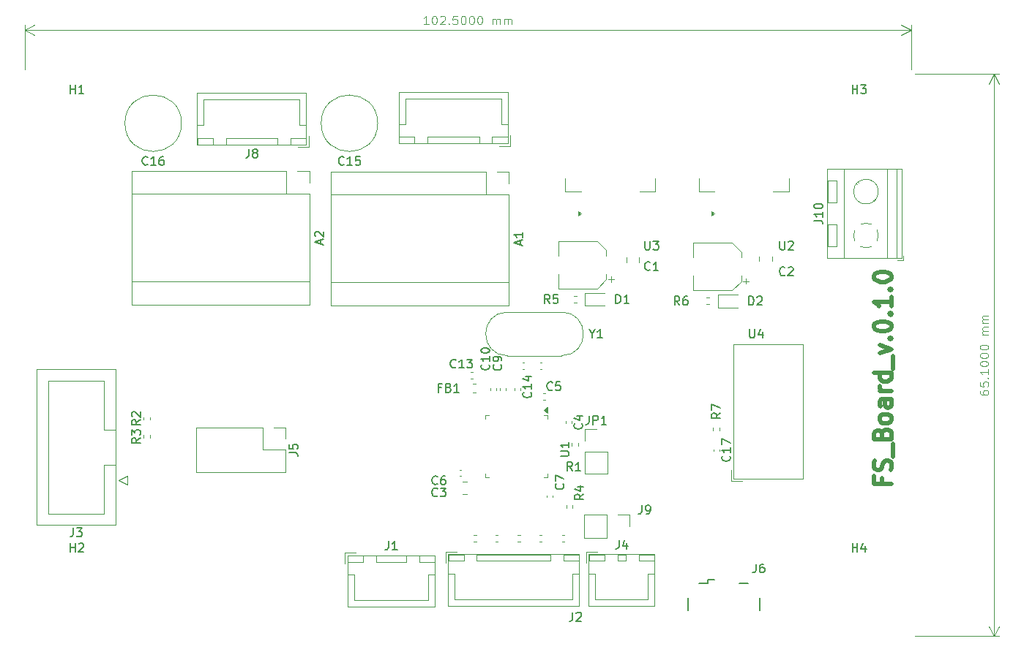
<source format=gbr>
%TF.GenerationSoftware,KiCad,Pcbnew,8.0.5*%
%TF.CreationDate,2025-01-03T15:42:36+07:00*%
%TF.ProjectId,Controller_Board,436f6e74-726f-46c6-9c65-725f426f6172,rev?*%
%TF.SameCoordinates,Original*%
%TF.FileFunction,Legend,Top*%
%TF.FilePolarity,Positive*%
%FSLAX46Y46*%
G04 Gerber Fmt 4.6, Leading zero omitted, Abs format (unit mm)*
G04 Created by KiCad (PCBNEW 8.0.5) date 2025-01-03 15:42:36*
%MOMM*%
%LPD*%
G01*
G04 APERTURE LIST*
%ADD10C,0.500000*%
%ADD11C,0.100000*%
%ADD12C,0.150000*%
%ADD13C,0.120000*%
G04 APERTURE END LIST*
D10*
X177681619Y-109128195D02*
X177681619Y-109794862D01*
X178729238Y-109794862D02*
X176729238Y-109794862D01*
X176729238Y-109794862D02*
X176729238Y-108842481D01*
X178634000Y-108175814D02*
X178729238Y-107890100D01*
X178729238Y-107890100D02*
X178729238Y-107413909D01*
X178729238Y-107413909D02*
X178634000Y-107223433D01*
X178634000Y-107223433D02*
X178538761Y-107128195D01*
X178538761Y-107128195D02*
X178348285Y-107032957D01*
X178348285Y-107032957D02*
X178157809Y-107032957D01*
X178157809Y-107032957D02*
X177967333Y-107128195D01*
X177967333Y-107128195D02*
X177872095Y-107223433D01*
X177872095Y-107223433D02*
X177776857Y-107413909D01*
X177776857Y-107413909D02*
X177681619Y-107794862D01*
X177681619Y-107794862D02*
X177586380Y-107985338D01*
X177586380Y-107985338D02*
X177491142Y-108080576D01*
X177491142Y-108080576D02*
X177300666Y-108175814D01*
X177300666Y-108175814D02*
X177110190Y-108175814D01*
X177110190Y-108175814D02*
X176919714Y-108080576D01*
X176919714Y-108080576D02*
X176824476Y-107985338D01*
X176824476Y-107985338D02*
X176729238Y-107794862D01*
X176729238Y-107794862D02*
X176729238Y-107318671D01*
X176729238Y-107318671D02*
X176824476Y-107032957D01*
X178919714Y-106652005D02*
X178919714Y-105128195D01*
X177681619Y-103985337D02*
X177776857Y-103699623D01*
X177776857Y-103699623D02*
X177872095Y-103604385D01*
X177872095Y-103604385D02*
X178062571Y-103509147D01*
X178062571Y-103509147D02*
X178348285Y-103509147D01*
X178348285Y-103509147D02*
X178538761Y-103604385D01*
X178538761Y-103604385D02*
X178634000Y-103699623D01*
X178634000Y-103699623D02*
X178729238Y-103890099D01*
X178729238Y-103890099D02*
X178729238Y-104652004D01*
X178729238Y-104652004D02*
X176729238Y-104652004D01*
X176729238Y-104652004D02*
X176729238Y-103985337D01*
X176729238Y-103985337D02*
X176824476Y-103794861D01*
X176824476Y-103794861D02*
X176919714Y-103699623D01*
X176919714Y-103699623D02*
X177110190Y-103604385D01*
X177110190Y-103604385D02*
X177300666Y-103604385D01*
X177300666Y-103604385D02*
X177491142Y-103699623D01*
X177491142Y-103699623D02*
X177586380Y-103794861D01*
X177586380Y-103794861D02*
X177681619Y-103985337D01*
X177681619Y-103985337D02*
X177681619Y-104652004D01*
X178729238Y-102366290D02*
X178634000Y-102556766D01*
X178634000Y-102556766D02*
X178538761Y-102652004D01*
X178538761Y-102652004D02*
X178348285Y-102747242D01*
X178348285Y-102747242D02*
X177776857Y-102747242D01*
X177776857Y-102747242D02*
X177586380Y-102652004D01*
X177586380Y-102652004D02*
X177491142Y-102556766D01*
X177491142Y-102556766D02*
X177395904Y-102366290D01*
X177395904Y-102366290D02*
X177395904Y-102080575D01*
X177395904Y-102080575D02*
X177491142Y-101890099D01*
X177491142Y-101890099D02*
X177586380Y-101794861D01*
X177586380Y-101794861D02*
X177776857Y-101699623D01*
X177776857Y-101699623D02*
X178348285Y-101699623D01*
X178348285Y-101699623D02*
X178538761Y-101794861D01*
X178538761Y-101794861D02*
X178634000Y-101890099D01*
X178634000Y-101890099D02*
X178729238Y-102080575D01*
X178729238Y-102080575D02*
X178729238Y-102366290D01*
X178729238Y-99985337D02*
X177681619Y-99985337D01*
X177681619Y-99985337D02*
X177491142Y-100080575D01*
X177491142Y-100080575D02*
X177395904Y-100271051D01*
X177395904Y-100271051D02*
X177395904Y-100652004D01*
X177395904Y-100652004D02*
X177491142Y-100842480D01*
X178634000Y-99985337D02*
X178729238Y-100175813D01*
X178729238Y-100175813D02*
X178729238Y-100652004D01*
X178729238Y-100652004D02*
X178634000Y-100842480D01*
X178634000Y-100842480D02*
X178443523Y-100937718D01*
X178443523Y-100937718D02*
X178253047Y-100937718D01*
X178253047Y-100937718D02*
X178062571Y-100842480D01*
X178062571Y-100842480D02*
X177967333Y-100652004D01*
X177967333Y-100652004D02*
X177967333Y-100175813D01*
X177967333Y-100175813D02*
X177872095Y-99985337D01*
X178729238Y-99032956D02*
X177395904Y-99032956D01*
X177776857Y-99032956D02*
X177586380Y-98937718D01*
X177586380Y-98937718D02*
X177491142Y-98842480D01*
X177491142Y-98842480D02*
X177395904Y-98652004D01*
X177395904Y-98652004D02*
X177395904Y-98461527D01*
X178729238Y-96937718D02*
X176729238Y-96937718D01*
X178634000Y-96937718D02*
X178729238Y-97128194D01*
X178729238Y-97128194D02*
X178729238Y-97509147D01*
X178729238Y-97509147D02*
X178634000Y-97699623D01*
X178634000Y-97699623D02*
X178538761Y-97794861D01*
X178538761Y-97794861D02*
X178348285Y-97890099D01*
X178348285Y-97890099D02*
X177776857Y-97890099D01*
X177776857Y-97890099D02*
X177586380Y-97794861D01*
X177586380Y-97794861D02*
X177491142Y-97699623D01*
X177491142Y-97699623D02*
X177395904Y-97509147D01*
X177395904Y-97509147D02*
X177395904Y-97128194D01*
X177395904Y-97128194D02*
X177491142Y-96937718D01*
X178919714Y-96461528D02*
X178919714Y-94937718D01*
X177395904Y-94652003D02*
X178729238Y-94175813D01*
X178729238Y-94175813D02*
X177395904Y-93699622D01*
X178538761Y-92937717D02*
X178634000Y-92842479D01*
X178634000Y-92842479D02*
X178729238Y-92937717D01*
X178729238Y-92937717D02*
X178634000Y-93032955D01*
X178634000Y-93032955D02*
X178538761Y-92937717D01*
X178538761Y-92937717D02*
X178729238Y-92937717D01*
X176729238Y-91604384D02*
X176729238Y-91413907D01*
X176729238Y-91413907D02*
X176824476Y-91223431D01*
X176824476Y-91223431D02*
X176919714Y-91128193D01*
X176919714Y-91128193D02*
X177110190Y-91032955D01*
X177110190Y-91032955D02*
X177491142Y-90937717D01*
X177491142Y-90937717D02*
X177967333Y-90937717D01*
X177967333Y-90937717D02*
X178348285Y-91032955D01*
X178348285Y-91032955D02*
X178538761Y-91128193D01*
X178538761Y-91128193D02*
X178634000Y-91223431D01*
X178634000Y-91223431D02*
X178729238Y-91413907D01*
X178729238Y-91413907D02*
X178729238Y-91604384D01*
X178729238Y-91604384D02*
X178634000Y-91794860D01*
X178634000Y-91794860D02*
X178538761Y-91890098D01*
X178538761Y-91890098D02*
X178348285Y-91985336D01*
X178348285Y-91985336D02*
X177967333Y-92080574D01*
X177967333Y-92080574D02*
X177491142Y-92080574D01*
X177491142Y-92080574D02*
X177110190Y-91985336D01*
X177110190Y-91985336D02*
X176919714Y-91890098D01*
X176919714Y-91890098D02*
X176824476Y-91794860D01*
X176824476Y-91794860D02*
X176729238Y-91604384D01*
X178538761Y-90080574D02*
X178634000Y-89985336D01*
X178634000Y-89985336D02*
X178729238Y-90080574D01*
X178729238Y-90080574D02*
X178634000Y-90175812D01*
X178634000Y-90175812D02*
X178538761Y-90080574D01*
X178538761Y-90080574D02*
X178729238Y-90080574D01*
X178729238Y-88080574D02*
X178729238Y-89223431D01*
X178729238Y-88652003D02*
X176729238Y-88652003D01*
X176729238Y-88652003D02*
X177014952Y-88842479D01*
X177014952Y-88842479D02*
X177205428Y-89032955D01*
X177205428Y-89032955D02*
X177300666Y-89223431D01*
X178538761Y-87223431D02*
X178634000Y-87128193D01*
X178634000Y-87128193D02*
X178729238Y-87223431D01*
X178729238Y-87223431D02*
X178634000Y-87318669D01*
X178634000Y-87318669D02*
X178538761Y-87223431D01*
X178538761Y-87223431D02*
X178729238Y-87223431D01*
X176729238Y-85890098D02*
X176729238Y-85699621D01*
X176729238Y-85699621D02*
X176824476Y-85509145D01*
X176824476Y-85509145D02*
X176919714Y-85413907D01*
X176919714Y-85413907D02*
X177110190Y-85318669D01*
X177110190Y-85318669D02*
X177491142Y-85223431D01*
X177491142Y-85223431D02*
X177967333Y-85223431D01*
X177967333Y-85223431D02*
X178348285Y-85318669D01*
X178348285Y-85318669D02*
X178538761Y-85413907D01*
X178538761Y-85413907D02*
X178634000Y-85509145D01*
X178634000Y-85509145D02*
X178729238Y-85699621D01*
X178729238Y-85699621D02*
X178729238Y-85890098D01*
X178729238Y-85890098D02*
X178634000Y-86080574D01*
X178634000Y-86080574D02*
X178538761Y-86175812D01*
X178538761Y-86175812D02*
X178348285Y-86271050D01*
X178348285Y-86271050D02*
X177967333Y-86366288D01*
X177967333Y-86366288D02*
X177491142Y-86366288D01*
X177491142Y-86366288D02*
X177110190Y-86271050D01*
X177110190Y-86271050D02*
X176919714Y-86175812D01*
X176919714Y-86175812D02*
X176824476Y-86080574D01*
X176824476Y-86080574D02*
X176729238Y-85890098D01*
D11*
X188957419Y-98992856D02*
X188957419Y-99183332D01*
X188957419Y-99183332D02*
X189005038Y-99278570D01*
X189005038Y-99278570D02*
X189052657Y-99326189D01*
X189052657Y-99326189D02*
X189195514Y-99421427D01*
X189195514Y-99421427D02*
X189385990Y-99469046D01*
X189385990Y-99469046D02*
X189766942Y-99469046D01*
X189766942Y-99469046D02*
X189862180Y-99421427D01*
X189862180Y-99421427D02*
X189909800Y-99373808D01*
X189909800Y-99373808D02*
X189957419Y-99278570D01*
X189957419Y-99278570D02*
X189957419Y-99088094D01*
X189957419Y-99088094D02*
X189909800Y-98992856D01*
X189909800Y-98992856D02*
X189862180Y-98945237D01*
X189862180Y-98945237D02*
X189766942Y-98897618D01*
X189766942Y-98897618D02*
X189528847Y-98897618D01*
X189528847Y-98897618D02*
X189433609Y-98945237D01*
X189433609Y-98945237D02*
X189385990Y-98992856D01*
X189385990Y-98992856D02*
X189338371Y-99088094D01*
X189338371Y-99088094D02*
X189338371Y-99278570D01*
X189338371Y-99278570D02*
X189385990Y-99373808D01*
X189385990Y-99373808D02*
X189433609Y-99421427D01*
X189433609Y-99421427D02*
X189528847Y-99469046D01*
X188957419Y-97992856D02*
X188957419Y-98469046D01*
X188957419Y-98469046D02*
X189433609Y-98516665D01*
X189433609Y-98516665D02*
X189385990Y-98469046D01*
X189385990Y-98469046D02*
X189338371Y-98373808D01*
X189338371Y-98373808D02*
X189338371Y-98135713D01*
X189338371Y-98135713D02*
X189385990Y-98040475D01*
X189385990Y-98040475D02*
X189433609Y-97992856D01*
X189433609Y-97992856D02*
X189528847Y-97945237D01*
X189528847Y-97945237D02*
X189766942Y-97945237D01*
X189766942Y-97945237D02*
X189862180Y-97992856D01*
X189862180Y-97992856D02*
X189909800Y-98040475D01*
X189909800Y-98040475D02*
X189957419Y-98135713D01*
X189957419Y-98135713D02*
X189957419Y-98373808D01*
X189957419Y-98373808D02*
X189909800Y-98469046D01*
X189909800Y-98469046D02*
X189862180Y-98516665D01*
X189862180Y-97516665D02*
X189909800Y-97469046D01*
X189909800Y-97469046D02*
X189957419Y-97516665D01*
X189957419Y-97516665D02*
X189909800Y-97564284D01*
X189909800Y-97564284D02*
X189862180Y-97516665D01*
X189862180Y-97516665D02*
X189957419Y-97516665D01*
X189957419Y-96516666D02*
X189957419Y-97088094D01*
X189957419Y-96802380D02*
X188957419Y-96802380D01*
X188957419Y-96802380D02*
X189100276Y-96897618D01*
X189100276Y-96897618D02*
X189195514Y-96992856D01*
X189195514Y-96992856D02*
X189243133Y-97088094D01*
X188957419Y-95897618D02*
X188957419Y-95802380D01*
X188957419Y-95802380D02*
X189005038Y-95707142D01*
X189005038Y-95707142D02*
X189052657Y-95659523D01*
X189052657Y-95659523D02*
X189147895Y-95611904D01*
X189147895Y-95611904D02*
X189338371Y-95564285D01*
X189338371Y-95564285D02*
X189576466Y-95564285D01*
X189576466Y-95564285D02*
X189766942Y-95611904D01*
X189766942Y-95611904D02*
X189862180Y-95659523D01*
X189862180Y-95659523D02*
X189909800Y-95707142D01*
X189909800Y-95707142D02*
X189957419Y-95802380D01*
X189957419Y-95802380D02*
X189957419Y-95897618D01*
X189957419Y-95897618D02*
X189909800Y-95992856D01*
X189909800Y-95992856D02*
X189862180Y-96040475D01*
X189862180Y-96040475D02*
X189766942Y-96088094D01*
X189766942Y-96088094D02*
X189576466Y-96135713D01*
X189576466Y-96135713D02*
X189338371Y-96135713D01*
X189338371Y-96135713D02*
X189147895Y-96088094D01*
X189147895Y-96088094D02*
X189052657Y-96040475D01*
X189052657Y-96040475D02*
X189005038Y-95992856D01*
X189005038Y-95992856D02*
X188957419Y-95897618D01*
X188957419Y-94945237D02*
X188957419Y-94849999D01*
X188957419Y-94849999D02*
X189005038Y-94754761D01*
X189005038Y-94754761D02*
X189052657Y-94707142D01*
X189052657Y-94707142D02*
X189147895Y-94659523D01*
X189147895Y-94659523D02*
X189338371Y-94611904D01*
X189338371Y-94611904D02*
X189576466Y-94611904D01*
X189576466Y-94611904D02*
X189766942Y-94659523D01*
X189766942Y-94659523D02*
X189862180Y-94707142D01*
X189862180Y-94707142D02*
X189909800Y-94754761D01*
X189909800Y-94754761D02*
X189957419Y-94849999D01*
X189957419Y-94849999D02*
X189957419Y-94945237D01*
X189957419Y-94945237D02*
X189909800Y-95040475D01*
X189909800Y-95040475D02*
X189862180Y-95088094D01*
X189862180Y-95088094D02*
X189766942Y-95135713D01*
X189766942Y-95135713D02*
X189576466Y-95183332D01*
X189576466Y-95183332D02*
X189338371Y-95183332D01*
X189338371Y-95183332D02*
X189147895Y-95135713D01*
X189147895Y-95135713D02*
X189052657Y-95088094D01*
X189052657Y-95088094D02*
X189005038Y-95040475D01*
X189005038Y-95040475D02*
X188957419Y-94945237D01*
X188957419Y-93992856D02*
X188957419Y-93897618D01*
X188957419Y-93897618D02*
X189005038Y-93802380D01*
X189005038Y-93802380D02*
X189052657Y-93754761D01*
X189052657Y-93754761D02*
X189147895Y-93707142D01*
X189147895Y-93707142D02*
X189338371Y-93659523D01*
X189338371Y-93659523D02*
X189576466Y-93659523D01*
X189576466Y-93659523D02*
X189766942Y-93707142D01*
X189766942Y-93707142D02*
X189862180Y-93754761D01*
X189862180Y-93754761D02*
X189909800Y-93802380D01*
X189909800Y-93802380D02*
X189957419Y-93897618D01*
X189957419Y-93897618D02*
X189957419Y-93992856D01*
X189957419Y-93992856D02*
X189909800Y-94088094D01*
X189909800Y-94088094D02*
X189862180Y-94135713D01*
X189862180Y-94135713D02*
X189766942Y-94183332D01*
X189766942Y-94183332D02*
X189576466Y-94230951D01*
X189576466Y-94230951D02*
X189338371Y-94230951D01*
X189338371Y-94230951D02*
X189147895Y-94183332D01*
X189147895Y-94183332D02*
X189052657Y-94135713D01*
X189052657Y-94135713D02*
X189005038Y-94088094D01*
X189005038Y-94088094D02*
X188957419Y-93992856D01*
X189957419Y-92469046D02*
X189290752Y-92469046D01*
X189385990Y-92469046D02*
X189338371Y-92421427D01*
X189338371Y-92421427D02*
X189290752Y-92326189D01*
X189290752Y-92326189D02*
X189290752Y-92183332D01*
X189290752Y-92183332D02*
X189338371Y-92088094D01*
X189338371Y-92088094D02*
X189433609Y-92040475D01*
X189433609Y-92040475D02*
X189957419Y-92040475D01*
X189433609Y-92040475D02*
X189338371Y-91992856D01*
X189338371Y-91992856D02*
X189290752Y-91897618D01*
X189290752Y-91897618D02*
X189290752Y-91754761D01*
X189290752Y-91754761D02*
X189338371Y-91659522D01*
X189338371Y-91659522D02*
X189433609Y-91611903D01*
X189433609Y-91611903D02*
X189957419Y-91611903D01*
X189957419Y-91135713D02*
X189290752Y-91135713D01*
X189385990Y-91135713D02*
X189338371Y-91088094D01*
X189338371Y-91088094D02*
X189290752Y-90992856D01*
X189290752Y-90992856D02*
X189290752Y-90849999D01*
X189290752Y-90849999D02*
X189338371Y-90754761D01*
X189338371Y-90754761D02*
X189433609Y-90707142D01*
X189433609Y-90707142D02*
X189957419Y-90707142D01*
X189433609Y-90707142D02*
X189338371Y-90659523D01*
X189338371Y-90659523D02*
X189290752Y-90564285D01*
X189290752Y-90564285D02*
X189290752Y-90421428D01*
X189290752Y-90421428D02*
X189338371Y-90326189D01*
X189338371Y-90326189D02*
X189433609Y-90278570D01*
X189433609Y-90278570D02*
X189957419Y-90278570D01*
X181500000Y-62300000D02*
X191186420Y-62300000D01*
X181500000Y-127400000D02*
X191186420Y-127400000D01*
X190600000Y-62300000D02*
X190600000Y-127400000D01*
X190600000Y-62300000D02*
X190600000Y-127400000D01*
X190600000Y-62300000D02*
X191186421Y-63426504D01*
X190600000Y-62300000D02*
X190013579Y-63426504D01*
X190600000Y-127400000D02*
X190013579Y-126273496D01*
X190600000Y-127400000D02*
X191186421Y-126273496D01*
X125226190Y-56557419D02*
X124654762Y-56557419D01*
X124940476Y-56557419D02*
X124940476Y-55557419D01*
X124940476Y-55557419D02*
X124845238Y-55700276D01*
X124845238Y-55700276D02*
X124750000Y-55795514D01*
X124750000Y-55795514D02*
X124654762Y-55843133D01*
X125845238Y-55557419D02*
X125940476Y-55557419D01*
X125940476Y-55557419D02*
X126035714Y-55605038D01*
X126035714Y-55605038D02*
X126083333Y-55652657D01*
X126083333Y-55652657D02*
X126130952Y-55747895D01*
X126130952Y-55747895D02*
X126178571Y-55938371D01*
X126178571Y-55938371D02*
X126178571Y-56176466D01*
X126178571Y-56176466D02*
X126130952Y-56366942D01*
X126130952Y-56366942D02*
X126083333Y-56462180D01*
X126083333Y-56462180D02*
X126035714Y-56509800D01*
X126035714Y-56509800D02*
X125940476Y-56557419D01*
X125940476Y-56557419D02*
X125845238Y-56557419D01*
X125845238Y-56557419D02*
X125750000Y-56509800D01*
X125750000Y-56509800D02*
X125702381Y-56462180D01*
X125702381Y-56462180D02*
X125654762Y-56366942D01*
X125654762Y-56366942D02*
X125607143Y-56176466D01*
X125607143Y-56176466D02*
X125607143Y-55938371D01*
X125607143Y-55938371D02*
X125654762Y-55747895D01*
X125654762Y-55747895D02*
X125702381Y-55652657D01*
X125702381Y-55652657D02*
X125750000Y-55605038D01*
X125750000Y-55605038D02*
X125845238Y-55557419D01*
X126559524Y-55652657D02*
X126607143Y-55605038D01*
X126607143Y-55605038D02*
X126702381Y-55557419D01*
X126702381Y-55557419D02*
X126940476Y-55557419D01*
X126940476Y-55557419D02*
X127035714Y-55605038D01*
X127035714Y-55605038D02*
X127083333Y-55652657D01*
X127083333Y-55652657D02*
X127130952Y-55747895D01*
X127130952Y-55747895D02*
X127130952Y-55843133D01*
X127130952Y-55843133D02*
X127083333Y-55985990D01*
X127083333Y-55985990D02*
X126511905Y-56557419D01*
X126511905Y-56557419D02*
X127130952Y-56557419D01*
X127559524Y-56462180D02*
X127607143Y-56509800D01*
X127607143Y-56509800D02*
X127559524Y-56557419D01*
X127559524Y-56557419D02*
X127511905Y-56509800D01*
X127511905Y-56509800D02*
X127559524Y-56462180D01*
X127559524Y-56462180D02*
X127559524Y-56557419D01*
X128511904Y-55557419D02*
X128035714Y-55557419D01*
X128035714Y-55557419D02*
X127988095Y-56033609D01*
X127988095Y-56033609D02*
X128035714Y-55985990D01*
X128035714Y-55985990D02*
X128130952Y-55938371D01*
X128130952Y-55938371D02*
X128369047Y-55938371D01*
X128369047Y-55938371D02*
X128464285Y-55985990D01*
X128464285Y-55985990D02*
X128511904Y-56033609D01*
X128511904Y-56033609D02*
X128559523Y-56128847D01*
X128559523Y-56128847D02*
X128559523Y-56366942D01*
X128559523Y-56366942D02*
X128511904Y-56462180D01*
X128511904Y-56462180D02*
X128464285Y-56509800D01*
X128464285Y-56509800D02*
X128369047Y-56557419D01*
X128369047Y-56557419D02*
X128130952Y-56557419D01*
X128130952Y-56557419D02*
X128035714Y-56509800D01*
X128035714Y-56509800D02*
X127988095Y-56462180D01*
X129178571Y-55557419D02*
X129273809Y-55557419D01*
X129273809Y-55557419D02*
X129369047Y-55605038D01*
X129369047Y-55605038D02*
X129416666Y-55652657D01*
X129416666Y-55652657D02*
X129464285Y-55747895D01*
X129464285Y-55747895D02*
X129511904Y-55938371D01*
X129511904Y-55938371D02*
X129511904Y-56176466D01*
X129511904Y-56176466D02*
X129464285Y-56366942D01*
X129464285Y-56366942D02*
X129416666Y-56462180D01*
X129416666Y-56462180D02*
X129369047Y-56509800D01*
X129369047Y-56509800D02*
X129273809Y-56557419D01*
X129273809Y-56557419D02*
X129178571Y-56557419D01*
X129178571Y-56557419D02*
X129083333Y-56509800D01*
X129083333Y-56509800D02*
X129035714Y-56462180D01*
X129035714Y-56462180D02*
X128988095Y-56366942D01*
X128988095Y-56366942D02*
X128940476Y-56176466D01*
X128940476Y-56176466D02*
X128940476Y-55938371D01*
X128940476Y-55938371D02*
X128988095Y-55747895D01*
X128988095Y-55747895D02*
X129035714Y-55652657D01*
X129035714Y-55652657D02*
X129083333Y-55605038D01*
X129083333Y-55605038D02*
X129178571Y-55557419D01*
X130130952Y-55557419D02*
X130226190Y-55557419D01*
X130226190Y-55557419D02*
X130321428Y-55605038D01*
X130321428Y-55605038D02*
X130369047Y-55652657D01*
X130369047Y-55652657D02*
X130416666Y-55747895D01*
X130416666Y-55747895D02*
X130464285Y-55938371D01*
X130464285Y-55938371D02*
X130464285Y-56176466D01*
X130464285Y-56176466D02*
X130416666Y-56366942D01*
X130416666Y-56366942D02*
X130369047Y-56462180D01*
X130369047Y-56462180D02*
X130321428Y-56509800D01*
X130321428Y-56509800D02*
X130226190Y-56557419D01*
X130226190Y-56557419D02*
X130130952Y-56557419D01*
X130130952Y-56557419D02*
X130035714Y-56509800D01*
X130035714Y-56509800D02*
X129988095Y-56462180D01*
X129988095Y-56462180D02*
X129940476Y-56366942D01*
X129940476Y-56366942D02*
X129892857Y-56176466D01*
X129892857Y-56176466D02*
X129892857Y-55938371D01*
X129892857Y-55938371D02*
X129940476Y-55747895D01*
X129940476Y-55747895D02*
X129988095Y-55652657D01*
X129988095Y-55652657D02*
X130035714Y-55605038D01*
X130035714Y-55605038D02*
X130130952Y-55557419D01*
X131083333Y-55557419D02*
X131178571Y-55557419D01*
X131178571Y-55557419D02*
X131273809Y-55605038D01*
X131273809Y-55605038D02*
X131321428Y-55652657D01*
X131321428Y-55652657D02*
X131369047Y-55747895D01*
X131369047Y-55747895D02*
X131416666Y-55938371D01*
X131416666Y-55938371D02*
X131416666Y-56176466D01*
X131416666Y-56176466D02*
X131369047Y-56366942D01*
X131369047Y-56366942D02*
X131321428Y-56462180D01*
X131321428Y-56462180D02*
X131273809Y-56509800D01*
X131273809Y-56509800D02*
X131178571Y-56557419D01*
X131178571Y-56557419D02*
X131083333Y-56557419D01*
X131083333Y-56557419D02*
X130988095Y-56509800D01*
X130988095Y-56509800D02*
X130940476Y-56462180D01*
X130940476Y-56462180D02*
X130892857Y-56366942D01*
X130892857Y-56366942D02*
X130845238Y-56176466D01*
X130845238Y-56176466D02*
X130845238Y-55938371D01*
X130845238Y-55938371D02*
X130892857Y-55747895D01*
X130892857Y-55747895D02*
X130940476Y-55652657D01*
X130940476Y-55652657D02*
X130988095Y-55605038D01*
X130988095Y-55605038D02*
X131083333Y-55557419D01*
X132607143Y-56557419D02*
X132607143Y-55890752D01*
X132607143Y-55985990D02*
X132654762Y-55938371D01*
X132654762Y-55938371D02*
X132750000Y-55890752D01*
X132750000Y-55890752D02*
X132892857Y-55890752D01*
X132892857Y-55890752D02*
X132988095Y-55938371D01*
X132988095Y-55938371D02*
X133035714Y-56033609D01*
X133035714Y-56033609D02*
X133035714Y-56557419D01*
X133035714Y-56033609D02*
X133083333Y-55938371D01*
X133083333Y-55938371D02*
X133178571Y-55890752D01*
X133178571Y-55890752D02*
X133321428Y-55890752D01*
X133321428Y-55890752D02*
X133416667Y-55938371D01*
X133416667Y-55938371D02*
X133464286Y-56033609D01*
X133464286Y-56033609D02*
X133464286Y-56557419D01*
X133940476Y-56557419D02*
X133940476Y-55890752D01*
X133940476Y-55985990D02*
X133988095Y-55938371D01*
X133988095Y-55938371D02*
X134083333Y-55890752D01*
X134083333Y-55890752D02*
X134226190Y-55890752D01*
X134226190Y-55890752D02*
X134321428Y-55938371D01*
X134321428Y-55938371D02*
X134369047Y-56033609D01*
X134369047Y-56033609D02*
X134369047Y-56557419D01*
X134369047Y-56033609D02*
X134416666Y-55938371D01*
X134416666Y-55938371D02*
X134511904Y-55890752D01*
X134511904Y-55890752D02*
X134654761Y-55890752D01*
X134654761Y-55890752D02*
X134750000Y-55938371D01*
X134750000Y-55938371D02*
X134797619Y-56033609D01*
X134797619Y-56033609D02*
X134797619Y-56557419D01*
X78500000Y-61800000D02*
X78500000Y-56613580D01*
X181000000Y-61800000D02*
X181000000Y-56613580D01*
X78500000Y-57200000D02*
X181000000Y-57200000D01*
X78500000Y-57200000D02*
X181000000Y-57200000D01*
X78500000Y-57200000D02*
X79626504Y-56613579D01*
X78500000Y-57200000D02*
X79626504Y-57786421D01*
X181000000Y-57200000D02*
X179873496Y-57786421D01*
X181000000Y-57200000D02*
X179873496Y-56613579D01*
D12*
X115407142Y-72759580D02*
X115359523Y-72807200D01*
X115359523Y-72807200D02*
X115216666Y-72854819D01*
X115216666Y-72854819D02*
X115121428Y-72854819D01*
X115121428Y-72854819D02*
X114978571Y-72807200D01*
X114978571Y-72807200D02*
X114883333Y-72711961D01*
X114883333Y-72711961D02*
X114835714Y-72616723D01*
X114835714Y-72616723D02*
X114788095Y-72426247D01*
X114788095Y-72426247D02*
X114788095Y-72283390D01*
X114788095Y-72283390D02*
X114835714Y-72092914D01*
X114835714Y-72092914D02*
X114883333Y-71997676D01*
X114883333Y-71997676D02*
X114978571Y-71902438D01*
X114978571Y-71902438D02*
X115121428Y-71854819D01*
X115121428Y-71854819D02*
X115216666Y-71854819D01*
X115216666Y-71854819D02*
X115359523Y-71902438D01*
X115359523Y-71902438D02*
X115407142Y-71950057D01*
X116359523Y-72854819D02*
X115788095Y-72854819D01*
X116073809Y-72854819D02*
X116073809Y-71854819D01*
X116073809Y-71854819D02*
X115978571Y-71997676D01*
X115978571Y-71997676D02*
X115883333Y-72092914D01*
X115883333Y-72092914D02*
X115788095Y-72140533D01*
X117264285Y-71854819D02*
X116788095Y-71854819D01*
X116788095Y-71854819D02*
X116740476Y-72331009D01*
X116740476Y-72331009D02*
X116788095Y-72283390D01*
X116788095Y-72283390D02*
X116883333Y-72235771D01*
X116883333Y-72235771D02*
X117121428Y-72235771D01*
X117121428Y-72235771D02*
X117216666Y-72283390D01*
X117216666Y-72283390D02*
X117264285Y-72331009D01*
X117264285Y-72331009D02*
X117311904Y-72426247D01*
X117311904Y-72426247D02*
X117311904Y-72664342D01*
X117311904Y-72664342D02*
X117264285Y-72759580D01*
X117264285Y-72759580D02*
X117216666Y-72807200D01*
X117216666Y-72807200D02*
X117121428Y-72854819D01*
X117121428Y-72854819D02*
X116883333Y-72854819D01*
X116883333Y-72854819D02*
X116788095Y-72807200D01*
X116788095Y-72807200D02*
X116740476Y-72759580D01*
X91854819Y-102366666D02*
X91378628Y-102699999D01*
X91854819Y-102938094D02*
X90854819Y-102938094D01*
X90854819Y-102938094D02*
X90854819Y-102557142D01*
X90854819Y-102557142D02*
X90902438Y-102461904D01*
X90902438Y-102461904D02*
X90950057Y-102414285D01*
X90950057Y-102414285D02*
X91045295Y-102366666D01*
X91045295Y-102366666D02*
X91188152Y-102366666D01*
X91188152Y-102366666D02*
X91283390Y-102414285D01*
X91283390Y-102414285D02*
X91331009Y-102461904D01*
X91331009Y-102461904D02*
X91378628Y-102557142D01*
X91378628Y-102557142D02*
X91378628Y-102938094D01*
X90950057Y-101985713D02*
X90902438Y-101938094D01*
X90902438Y-101938094D02*
X90854819Y-101842856D01*
X90854819Y-101842856D02*
X90854819Y-101604761D01*
X90854819Y-101604761D02*
X90902438Y-101509523D01*
X90902438Y-101509523D02*
X90950057Y-101461904D01*
X90950057Y-101461904D02*
X91045295Y-101414285D01*
X91045295Y-101414285D02*
X91140533Y-101414285D01*
X91140533Y-101414285D02*
X91283390Y-101461904D01*
X91283390Y-101461904D02*
X91854819Y-102033332D01*
X91854819Y-102033332D02*
X91854819Y-101414285D01*
X142919580Y-102786666D02*
X142967200Y-102834285D01*
X142967200Y-102834285D02*
X143014819Y-102977142D01*
X143014819Y-102977142D02*
X143014819Y-103072380D01*
X143014819Y-103072380D02*
X142967200Y-103215237D01*
X142967200Y-103215237D02*
X142871961Y-103310475D01*
X142871961Y-103310475D02*
X142776723Y-103358094D01*
X142776723Y-103358094D02*
X142586247Y-103405713D01*
X142586247Y-103405713D02*
X142443390Y-103405713D01*
X142443390Y-103405713D02*
X142252914Y-103358094D01*
X142252914Y-103358094D02*
X142157676Y-103310475D01*
X142157676Y-103310475D02*
X142062438Y-103215237D01*
X142062438Y-103215237D02*
X142014819Y-103072380D01*
X142014819Y-103072380D02*
X142014819Y-102977142D01*
X142014819Y-102977142D02*
X142062438Y-102834285D01*
X142062438Y-102834285D02*
X142110057Y-102786666D01*
X142348152Y-101929523D02*
X143014819Y-101929523D01*
X141967200Y-102167618D02*
X142681485Y-102405713D01*
X142681485Y-102405713D02*
X142681485Y-101786666D01*
X174238095Y-64554819D02*
X174238095Y-63554819D01*
X174238095Y-64031009D02*
X174809523Y-64031009D01*
X174809523Y-64554819D02*
X174809523Y-63554819D01*
X175190476Y-63554819D02*
X175809523Y-63554819D01*
X175809523Y-63554819D02*
X175476190Y-63935771D01*
X175476190Y-63935771D02*
X175619047Y-63935771D01*
X175619047Y-63935771D02*
X175714285Y-63983390D01*
X175714285Y-63983390D02*
X175761904Y-64031009D01*
X175761904Y-64031009D02*
X175809523Y-64126247D01*
X175809523Y-64126247D02*
X175809523Y-64364342D01*
X175809523Y-64364342D02*
X175761904Y-64459580D01*
X175761904Y-64459580D02*
X175714285Y-64507200D01*
X175714285Y-64507200D02*
X175619047Y-64554819D01*
X175619047Y-64554819D02*
X175333333Y-64554819D01*
X175333333Y-64554819D02*
X175238095Y-64507200D01*
X175238095Y-64507200D02*
X175190476Y-64459580D01*
X165838095Y-81654819D02*
X165838095Y-82464342D01*
X165838095Y-82464342D02*
X165885714Y-82559580D01*
X165885714Y-82559580D02*
X165933333Y-82607200D01*
X165933333Y-82607200D02*
X166028571Y-82654819D01*
X166028571Y-82654819D02*
X166219047Y-82654819D01*
X166219047Y-82654819D02*
X166314285Y-82607200D01*
X166314285Y-82607200D02*
X166361904Y-82559580D01*
X166361904Y-82559580D02*
X166409523Y-82464342D01*
X166409523Y-82464342D02*
X166409523Y-81654819D01*
X166838095Y-81750057D02*
X166885714Y-81702438D01*
X166885714Y-81702438D02*
X166980952Y-81654819D01*
X166980952Y-81654819D02*
X167219047Y-81654819D01*
X167219047Y-81654819D02*
X167314285Y-81702438D01*
X167314285Y-81702438D02*
X167361904Y-81750057D01*
X167361904Y-81750057D02*
X167409523Y-81845295D01*
X167409523Y-81845295D02*
X167409523Y-81940533D01*
X167409523Y-81940533D02*
X167361904Y-82083390D01*
X167361904Y-82083390D02*
X166790476Y-82654819D01*
X166790476Y-82654819D02*
X167409523Y-82654819D01*
X143124819Y-110966666D02*
X142648628Y-111299999D01*
X143124819Y-111538094D02*
X142124819Y-111538094D01*
X142124819Y-111538094D02*
X142124819Y-111157142D01*
X142124819Y-111157142D02*
X142172438Y-111061904D01*
X142172438Y-111061904D02*
X142220057Y-111014285D01*
X142220057Y-111014285D02*
X142315295Y-110966666D01*
X142315295Y-110966666D02*
X142458152Y-110966666D01*
X142458152Y-110966666D02*
X142553390Y-111014285D01*
X142553390Y-111014285D02*
X142601009Y-111061904D01*
X142601009Y-111061904D02*
X142648628Y-111157142D01*
X142648628Y-111157142D02*
X142648628Y-111538094D01*
X142458152Y-110109523D02*
X143124819Y-110109523D01*
X142077200Y-110347618D02*
X142791485Y-110585713D01*
X142791485Y-110585713D02*
X142791485Y-109966666D01*
X146861905Y-88854819D02*
X146861905Y-87854819D01*
X146861905Y-87854819D02*
X147100000Y-87854819D01*
X147100000Y-87854819D02*
X147242857Y-87902438D01*
X147242857Y-87902438D02*
X147338095Y-87997676D01*
X147338095Y-87997676D02*
X147385714Y-88092914D01*
X147385714Y-88092914D02*
X147433333Y-88283390D01*
X147433333Y-88283390D02*
X147433333Y-88426247D01*
X147433333Y-88426247D02*
X147385714Y-88616723D01*
X147385714Y-88616723D02*
X147338095Y-88711961D01*
X147338095Y-88711961D02*
X147242857Y-88807200D01*
X147242857Y-88807200D02*
X147100000Y-88854819D01*
X147100000Y-88854819D02*
X146861905Y-88854819D01*
X148385714Y-88854819D02*
X147814286Y-88854819D01*
X148100000Y-88854819D02*
X148100000Y-87854819D01*
X148100000Y-87854819D02*
X148004762Y-87997676D01*
X148004762Y-87997676D02*
X147909524Y-88092914D01*
X147909524Y-88092914D02*
X147814286Y-88140533D01*
X139533333Y-98859580D02*
X139485714Y-98907200D01*
X139485714Y-98907200D02*
X139342857Y-98954819D01*
X139342857Y-98954819D02*
X139247619Y-98954819D01*
X139247619Y-98954819D02*
X139104762Y-98907200D01*
X139104762Y-98907200D02*
X139009524Y-98811961D01*
X139009524Y-98811961D02*
X138961905Y-98716723D01*
X138961905Y-98716723D02*
X138914286Y-98526247D01*
X138914286Y-98526247D02*
X138914286Y-98383390D01*
X138914286Y-98383390D02*
X138961905Y-98192914D01*
X138961905Y-98192914D02*
X139009524Y-98097676D01*
X139009524Y-98097676D02*
X139104762Y-98002438D01*
X139104762Y-98002438D02*
X139247619Y-97954819D01*
X139247619Y-97954819D02*
X139342857Y-97954819D01*
X139342857Y-97954819D02*
X139485714Y-98002438D01*
X139485714Y-98002438D02*
X139533333Y-98050057D01*
X140438095Y-97954819D02*
X139961905Y-97954819D01*
X139961905Y-97954819D02*
X139914286Y-98431009D01*
X139914286Y-98431009D02*
X139961905Y-98383390D01*
X139961905Y-98383390D02*
X140057143Y-98335771D01*
X140057143Y-98335771D02*
X140295238Y-98335771D01*
X140295238Y-98335771D02*
X140390476Y-98383390D01*
X140390476Y-98383390D02*
X140438095Y-98431009D01*
X140438095Y-98431009D02*
X140485714Y-98526247D01*
X140485714Y-98526247D02*
X140485714Y-98764342D01*
X140485714Y-98764342D02*
X140438095Y-98859580D01*
X140438095Y-98859580D02*
X140390476Y-98907200D01*
X140390476Y-98907200D02*
X140295238Y-98954819D01*
X140295238Y-98954819D02*
X140057143Y-98954819D01*
X140057143Y-98954819D02*
X139961905Y-98907200D01*
X139961905Y-98907200D02*
X139914286Y-98859580D01*
X126233333Y-111159580D02*
X126185714Y-111207200D01*
X126185714Y-111207200D02*
X126042857Y-111254819D01*
X126042857Y-111254819D02*
X125947619Y-111254819D01*
X125947619Y-111254819D02*
X125804762Y-111207200D01*
X125804762Y-111207200D02*
X125709524Y-111111961D01*
X125709524Y-111111961D02*
X125661905Y-111016723D01*
X125661905Y-111016723D02*
X125614286Y-110826247D01*
X125614286Y-110826247D02*
X125614286Y-110683390D01*
X125614286Y-110683390D02*
X125661905Y-110492914D01*
X125661905Y-110492914D02*
X125709524Y-110397676D01*
X125709524Y-110397676D02*
X125804762Y-110302438D01*
X125804762Y-110302438D02*
X125947619Y-110254819D01*
X125947619Y-110254819D02*
X126042857Y-110254819D01*
X126042857Y-110254819D02*
X126185714Y-110302438D01*
X126185714Y-110302438D02*
X126233333Y-110350057D01*
X126566667Y-110254819D02*
X127185714Y-110254819D01*
X127185714Y-110254819D02*
X126852381Y-110635771D01*
X126852381Y-110635771D02*
X126995238Y-110635771D01*
X126995238Y-110635771D02*
X127090476Y-110683390D01*
X127090476Y-110683390D02*
X127138095Y-110731009D01*
X127138095Y-110731009D02*
X127185714Y-110826247D01*
X127185714Y-110826247D02*
X127185714Y-111064342D01*
X127185714Y-111064342D02*
X127138095Y-111159580D01*
X127138095Y-111159580D02*
X127090476Y-111207200D01*
X127090476Y-111207200D02*
X126995238Y-111254819D01*
X126995238Y-111254819D02*
X126709524Y-111254819D01*
X126709524Y-111254819D02*
X126614286Y-111207200D01*
X126614286Y-111207200D02*
X126566667Y-111159580D01*
X150238095Y-81654819D02*
X150238095Y-82464342D01*
X150238095Y-82464342D02*
X150285714Y-82559580D01*
X150285714Y-82559580D02*
X150333333Y-82607200D01*
X150333333Y-82607200D02*
X150428571Y-82654819D01*
X150428571Y-82654819D02*
X150619047Y-82654819D01*
X150619047Y-82654819D02*
X150714285Y-82607200D01*
X150714285Y-82607200D02*
X150761904Y-82559580D01*
X150761904Y-82559580D02*
X150809523Y-82464342D01*
X150809523Y-82464342D02*
X150809523Y-81654819D01*
X151190476Y-81654819D02*
X151809523Y-81654819D01*
X151809523Y-81654819D02*
X151476190Y-82035771D01*
X151476190Y-82035771D02*
X151619047Y-82035771D01*
X151619047Y-82035771D02*
X151714285Y-82083390D01*
X151714285Y-82083390D02*
X151761904Y-82131009D01*
X151761904Y-82131009D02*
X151809523Y-82226247D01*
X151809523Y-82226247D02*
X151809523Y-82464342D01*
X151809523Y-82464342D02*
X151761904Y-82559580D01*
X151761904Y-82559580D02*
X151714285Y-82607200D01*
X151714285Y-82607200D02*
X151619047Y-82654819D01*
X151619047Y-82654819D02*
X151333333Y-82654819D01*
X151333333Y-82654819D02*
X151238095Y-82607200D01*
X151238095Y-82607200D02*
X151190476Y-82559580D01*
X154233333Y-89054819D02*
X153900000Y-88578628D01*
X153661905Y-89054819D02*
X153661905Y-88054819D01*
X153661905Y-88054819D02*
X154042857Y-88054819D01*
X154042857Y-88054819D02*
X154138095Y-88102438D01*
X154138095Y-88102438D02*
X154185714Y-88150057D01*
X154185714Y-88150057D02*
X154233333Y-88245295D01*
X154233333Y-88245295D02*
X154233333Y-88388152D01*
X154233333Y-88388152D02*
X154185714Y-88483390D01*
X154185714Y-88483390D02*
X154138095Y-88531009D01*
X154138095Y-88531009D02*
X154042857Y-88578628D01*
X154042857Y-88578628D02*
X153661905Y-88578628D01*
X155090476Y-88054819D02*
X154900000Y-88054819D01*
X154900000Y-88054819D02*
X154804762Y-88102438D01*
X154804762Y-88102438D02*
X154757143Y-88150057D01*
X154757143Y-88150057D02*
X154661905Y-88292914D01*
X154661905Y-88292914D02*
X154614286Y-88483390D01*
X154614286Y-88483390D02*
X154614286Y-88864342D01*
X154614286Y-88864342D02*
X154661905Y-88959580D01*
X154661905Y-88959580D02*
X154709524Y-89007200D01*
X154709524Y-89007200D02*
X154804762Y-89054819D01*
X154804762Y-89054819D02*
X154995238Y-89054819D01*
X154995238Y-89054819D02*
X155090476Y-89007200D01*
X155090476Y-89007200D02*
X155138095Y-88959580D01*
X155138095Y-88959580D02*
X155185714Y-88864342D01*
X155185714Y-88864342D02*
X155185714Y-88626247D01*
X155185714Y-88626247D02*
X155138095Y-88531009D01*
X155138095Y-88531009D02*
X155090476Y-88483390D01*
X155090476Y-88483390D02*
X154995238Y-88435771D01*
X154995238Y-88435771D02*
X154804762Y-88435771D01*
X154804762Y-88435771D02*
X154709524Y-88483390D01*
X154709524Y-88483390D02*
X154661905Y-88531009D01*
X154661905Y-88531009D02*
X154614286Y-88626247D01*
X149866666Y-112254819D02*
X149866666Y-112969104D01*
X149866666Y-112969104D02*
X149819047Y-113111961D01*
X149819047Y-113111961D02*
X149723809Y-113207200D01*
X149723809Y-113207200D02*
X149580952Y-113254819D01*
X149580952Y-113254819D02*
X149485714Y-113254819D01*
X150390476Y-113254819D02*
X150580952Y-113254819D01*
X150580952Y-113254819D02*
X150676190Y-113207200D01*
X150676190Y-113207200D02*
X150723809Y-113159580D01*
X150723809Y-113159580D02*
X150819047Y-113016723D01*
X150819047Y-113016723D02*
X150866666Y-112826247D01*
X150866666Y-112826247D02*
X150866666Y-112445295D01*
X150866666Y-112445295D02*
X150819047Y-112350057D01*
X150819047Y-112350057D02*
X150771428Y-112302438D01*
X150771428Y-112302438D02*
X150676190Y-112254819D01*
X150676190Y-112254819D02*
X150485714Y-112254819D01*
X150485714Y-112254819D02*
X150390476Y-112302438D01*
X150390476Y-112302438D02*
X150342857Y-112350057D01*
X150342857Y-112350057D02*
X150295238Y-112445295D01*
X150295238Y-112445295D02*
X150295238Y-112683390D01*
X150295238Y-112683390D02*
X150342857Y-112778628D01*
X150342857Y-112778628D02*
X150390476Y-112826247D01*
X150390476Y-112826247D02*
X150485714Y-112873866D01*
X150485714Y-112873866D02*
X150676190Y-112873866D01*
X150676190Y-112873866D02*
X150771428Y-112826247D01*
X150771428Y-112826247D02*
X150819047Y-112778628D01*
X150819047Y-112778628D02*
X150866666Y-112683390D01*
X104416666Y-71004819D02*
X104416666Y-71719104D01*
X104416666Y-71719104D02*
X104369047Y-71861961D01*
X104369047Y-71861961D02*
X104273809Y-71957200D01*
X104273809Y-71957200D02*
X104130952Y-72004819D01*
X104130952Y-72004819D02*
X104035714Y-72004819D01*
X105035714Y-71433390D02*
X104940476Y-71385771D01*
X104940476Y-71385771D02*
X104892857Y-71338152D01*
X104892857Y-71338152D02*
X104845238Y-71242914D01*
X104845238Y-71242914D02*
X104845238Y-71195295D01*
X104845238Y-71195295D02*
X104892857Y-71100057D01*
X104892857Y-71100057D02*
X104940476Y-71052438D01*
X104940476Y-71052438D02*
X105035714Y-71004819D01*
X105035714Y-71004819D02*
X105226190Y-71004819D01*
X105226190Y-71004819D02*
X105321428Y-71052438D01*
X105321428Y-71052438D02*
X105369047Y-71100057D01*
X105369047Y-71100057D02*
X105416666Y-71195295D01*
X105416666Y-71195295D02*
X105416666Y-71242914D01*
X105416666Y-71242914D02*
X105369047Y-71338152D01*
X105369047Y-71338152D02*
X105321428Y-71385771D01*
X105321428Y-71385771D02*
X105226190Y-71433390D01*
X105226190Y-71433390D02*
X105035714Y-71433390D01*
X105035714Y-71433390D02*
X104940476Y-71481009D01*
X104940476Y-71481009D02*
X104892857Y-71528628D01*
X104892857Y-71528628D02*
X104845238Y-71623866D01*
X104845238Y-71623866D02*
X104845238Y-71814342D01*
X104845238Y-71814342D02*
X104892857Y-71909580D01*
X104892857Y-71909580D02*
X104940476Y-71957200D01*
X104940476Y-71957200D02*
X105035714Y-72004819D01*
X105035714Y-72004819D02*
X105226190Y-72004819D01*
X105226190Y-72004819D02*
X105321428Y-71957200D01*
X105321428Y-71957200D02*
X105369047Y-71909580D01*
X105369047Y-71909580D02*
X105416666Y-71814342D01*
X105416666Y-71814342D02*
X105416666Y-71623866D01*
X105416666Y-71623866D02*
X105369047Y-71528628D01*
X105369047Y-71528628D02*
X105321428Y-71481009D01*
X105321428Y-71481009D02*
X105226190Y-71433390D01*
X137019580Y-99162857D02*
X137067200Y-99210476D01*
X137067200Y-99210476D02*
X137114819Y-99353333D01*
X137114819Y-99353333D02*
X137114819Y-99448571D01*
X137114819Y-99448571D02*
X137067200Y-99591428D01*
X137067200Y-99591428D02*
X136971961Y-99686666D01*
X136971961Y-99686666D02*
X136876723Y-99734285D01*
X136876723Y-99734285D02*
X136686247Y-99781904D01*
X136686247Y-99781904D02*
X136543390Y-99781904D01*
X136543390Y-99781904D02*
X136352914Y-99734285D01*
X136352914Y-99734285D02*
X136257676Y-99686666D01*
X136257676Y-99686666D02*
X136162438Y-99591428D01*
X136162438Y-99591428D02*
X136114819Y-99448571D01*
X136114819Y-99448571D02*
X136114819Y-99353333D01*
X136114819Y-99353333D02*
X136162438Y-99210476D01*
X136162438Y-99210476D02*
X136210057Y-99162857D01*
X137114819Y-98210476D02*
X137114819Y-98781904D01*
X137114819Y-98496190D02*
X136114819Y-98496190D01*
X136114819Y-98496190D02*
X136257676Y-98591428D01*
X136257676Y-98591428D02*
X136352914Y-98686666D01*
X136352914Y-98686666D02*
X136400533Y-98781904D01*
X136448152Y-97353333D02*
X137114819Y-97353333D01*
X136067200Y-97591428D02*
X136781485Y-97829523D01*
X136781485Y-97829523D02*
X136781485Y-97210476D01*
X141866666Y-124654819D02*
X141866666Y-125369104D01*
X141866666Y-125369104D02*
X141819047Y-125511961D01*
X141819047Y-125511961D02*
X141723809Y-125607200D01*
X141723809Y-125607200D02*
X141580952Y-125654819D01*
X141580952Y-125654819D02*
X141485714Y-125654819D01*
X142295238Y-124750057D02*
X142342857Y-124702438D01*
X142342857Y-124702438D02*
X142438095Y-124654819D01*
X142438095Y-124654819D02*
X142676190Y-124654819D01*
X142676190Y-124654819D02*
X142771428Y-124702438D01*
X142771428Y-124702438D02*
X142819047Y-124750057D01*
X142819047Y-124750057D02*
X142866666Y-124845295D01*
X142866666Y-124845295D02*
X142866666Y-124940533D01*
X142866666Y-124940533D02*
X142819047Y-125083390D01*
X142819047Y-125083390D02*
X142247619Y-125654819D01*
X142247619Y-125654819D02*
X142866666Y-125654819D01*
X147216666Y-116304819D02*
X147216666Y-117019104D01*
X147216666Y-117019104D02*
X147169047Y-117161961D01*
X147169047Y-117161961D02*
X147073809Y-117257200D01*
X147073809Y-117257200D02*
X146930952Y-117304819D01*
X146930952Y-117304819D02*
X146835714Y-117304819D01*
X148121428Y-116638152D02*
X148121428Y-117304819D01*
X147883333Y-116257200D02*
X147645238Y-116971485D01*
X147645238Y-116971485D02*
X148264285Y-116971485D01*
X135809104Y-82064285D02*
X135809104Y-81588095D01*
X136094819Y-82159523D02*
X135094819Y-81826190D01*
X135094819Y-81826190D02*
X136094819Y-81492857D01*
X136094819Y-80635714D02*
X136094819Y-81207142D01*
X136094819Y-80921428D02*
X135094819Y-80921428D01*
X135094819Y-80921428D02*
X135237676Y-81016666D01*
X135237676Y-81016666D02*
X135332914Y-81111904D01*
X135332914Y-81111904D02*
X135380533Y-81207142D01*
X163066666Y-119054819D02*
X163066666Y-119769104D01*
X163066666Y-119769104D02*
X163019047Y-119911961D01*
X163019047Y-119911961D02*
X162923809Y-120007200D01*
X162923809Y-120007200D02*
X162780952Y-120054819D01*
X162780952Y-120054819D02*
X162685714Y-120054819D01*
X163971428Y-119054819D02*
X163780952Y-119054819D01*
X163780952Y-119054819D02*
X163685714Y-119102438D01*
X163685714Y-119102438D02*
X163638095Y-119150057D01*
X163638095Y-119150057D02*
X163542857Y-119292914D01*
X163542857Y-119292914D02*
X163495238Y-119483390D01*
X163495238Y-119483390D02*
X163495238Y-119864342D01*
X163495238Y-119864342D02*
X163542857Y-119959580D01*
X163542857Y-119959580D02*
X163590476Y-120007200D01*
X163590476Y-120007200D02*
X163685714Y-120054819D01*
X163685714Y-120054819D02*
X163876190Y-120054819D01*
X163876190Y-120054819D02*
X163971428Y-120007200D01*
X163971428Y-120007200D02*
X164019047Y-119959580D01*
X164019047Y-119959580D02*
X164066666Y-119864342D01*
X164066666Y-119864342D02*
X164066666Y-119626247D01*
X164066666Y-119626247D02*
X164019047Y-119531009D01*
X164019047Y-119531009D02*
X163971428Y-119483390D01*
X163971428Y-119483390D02*
X163876190Y-119435771D01*
X163876190Y-119435771D02*
X163685714Y-119435771D01*
X163685714Y-119435771D02*
X163590476Y-119483390D01*
X163590476Y-119483390D02*
X163542857Y-119531009D01*
X163542857Y-119531009D02*
X163495238Y-119626247D01*
X158954819Y-101566666D02*
X158478628Y-101899999D01*
X158954819Y-102138094D02*
X157954819Y-102138094D01*
X157954819Y-102138094D02*
X157954819Y-101757142D01*
X157954819Y-101757142D02*
X158002438Y-101661904D01*
X158002438Y-101661904D02*
X158050057Y-101614285D01*
X158050057Y-101614285D02*
X158145295Y-101566666D01*
X158145295Y-101566666D02*
X158288152Y-101566666D01*
X158288152Y-101566666D02*
X158383390Y-101614285D01*
X158383390Y-101614285D02*
X158431009Y-101661904D01*
X158431009Y-101661904D02*
X158478628Y-101757142D01*
X158478628Y-101757142D02*
X158478628Y-102138094D01*
X157954819Y-101233332D02*
X157954819Y-100566666D01*
X157954819Y-100566666D02*
X158954819Y-100995237D01*
X92707142Y-72759580D02*
X92659523Y-72807200D01*
X92659523Y-72807200D02*
X92516666Y-72854819D01*
X92516666Y-72854819D02*
X92421428Y-72854819D01*
X92421428Y-72854819D02*
X92278571Y-72807200D01*
X92278571Y-72807200D02*
X92183333Y-72711961D01*
X92183333Y-72711961D02*
X92135714Y-72616723D01*
X92135714Y-72616723D02*
X92088095Y-72426247D01*
X92088095Y-72426247D02*
X92088095Y-72283390D01*
X92088095Y-72283390D02*
X92135714Y-72092914D01*
X92135714Y-72092914D02*
X92183333Y-71997676D01*
X92183333Y-71997676D02*
X92278571Y-71902438D01*
X92278571Y-71902438D02*
X92421428Y-71854819D01*
X92421428Y-71854819D02*
X92516666Y-71854819D01*
X92516666Y-71854819D02*
X92659523Y-71902438D01*
X92659523Y-71902438D02*
X92707142Y-71950057D01*
X93659523Y-72854819D02*
X93088095Y-72854819D01*
X93373809Y-72854819D02*
X93373809Y-71854819D01*
X93373809Y-71854819D02*
X93278571Y-71997676D01*
X93278571Y-71997676D02*
X93183333Y-72092914D01*
X93183333Y-72092914D02*
X93088095Y-72140533D01*
X94516666Y-71854819D02*
X94326190Y-71854819D01*
X94326190Y-71854819D02*
X94230952Y-71902438D01*
X94230952Y-71902438D02*
X94183333Y-71950057D01*
X94183333Y-71950057D02*
X94088095Y-72092914D01*
X94088095Y-72092914D02*
X94040476Y-72283390D01*
X94040476Y-72283390D02*
X94040476Y-72664342D01*
X94040476Y-72664342D02*
X94088095Y-72759580D01*
X94088095Y-72759580D02*
X94135714Y-72807200D01*
X94135714Y-72807200D02*
X94230952Y-72854819D01*
X94230952Y-72854819D02*
X94421428Y-72854819D01*
X94421428Y-72854819D02*
X94516666Y-72807200D01*
X94516666Y-72807200D02*
X94564285Y-72759580D01*
X94564285Y-72759580D02*
X94611904Y-72664342D01*
X94611904Y-72664342D02*
X94611904Y-72426247D01*
X94611904Y-72426247D02*
X94564285Y-72331009D01*
X94564285Y-72331009D02*
X94516666Y-72283390D01*
X94516666Y-72283390D02*
X94421428Y-72235771D01*
X94421428Y-72235771D02*
X94230952Y-72235771D01*
X94230952Y-72235771D02*
X94135714Y-72283390D01*
X94135714Y-72283390D02*
X94088095Y-72331009D01*
X94088095Y-72331009D02*
X94040476Y-72426247D01*
X162261905Y-89054819D02*
X162261905Y-88054819D01*
X162261905Y-88054819D02*
X162500000Y-88054819D01*
X162500000Y-88054819D02*
X162642857Y-88102438D01*
X162642857Y-88102438D02*
X162738095Y-88197676D01*
X162738095Y-88197676D02*
X162785714Y-88292914D01*
X162785714Y-88292914D02*
X162833333Y-88483390D01*
X162833333Y-88483390D02*
X162833333Y-88626247D01*
X162833333Y-88626247D02*
X162785714Y-88816723D01*
X162785714Y-88816723D02*
X162738095Y-88911961D01*
X162738095Y-88911961D02*
X162642857Y-89007200D01*
X162642857Y-89007200D02*
X162500000Y-89054819D01*
X162500000Y-89054819D02*
X162261905Y-89054819D01*
X163214286Y-88150057D02*
X163261905Y-88102438D01*
X163261905Y-88102438D02*
X163357143Y-88054819D01*
X163357143Y-88054819D02*
X163595238Y-88054819D01*
X163595238Y-88054819D02*
X163690476Y-88102438D01*
X163690476Y-88102438D02*
X163738095Y-88150057D01*
X163738095Y-88150057D02*
X163785714Y-88245295D01*
X163785714Y-88245295D02*
X163785714Y-88340533D01*
X163785714Y-88340533D02*
X163738095Y-88483390D01*
X163738095Y-88483390D02*
X163166667Y-89054819D01*
X163166667Y-89054819D02*
X163785714Y-89054819D01*
X141833333Y-108254819D02*
X141500000Y-107778628D01*
X141261905Y-108254819D02*
X141261905Y-107254819D01*
X141261905Y-107254819D02*
X141642857Y-107254819D01*
X141642857Y-107254819D02*
X141738095Y-107302438D01*
X141738095Y-107302438D02*
X141785714Y-107350057D01*
X141785714Y-107350057D02*
X141833333Y-107445295D01*
X141833333Y-107445295D02*
X141833333Y-107588152D01*
X141833333Y-107588152D02*
X141785714Y-107683390D01*
X141785714Y-107683390D02*
X141738095Y-107731009D01*
X141738095Y-107731009D02*
X141642857Y-107778628D01*
X141642857Y-107778628D02*
X141261905Y-107778628D01*
X142785714Y-108254819D02*
X142214286Y-108254819D01*
X142500000Y-108254819D02*
X142500000Y-107254819D01*
X142500000Y-107254819D02*
X142404762Y-107397676D01*
X142404762Y-107397676D02*
X142309524Y-107492914D01*
X142309524Y-107492914D02*
X142214286Y-107540533D01*
X126666666Y-98631009D02*
X126333333Y-98631009D01*
X126333333Y-99154819D02*
X126333333Y-98154819D01*
X126333333Y-98154819D02*
X126809523Y-98154819D01*
X127523809Y-98631009D02*
X127666666Y-98678628D01*
X127666666Y-98678628D02*
X127714285Y-98726247D01*
X127714285Y-98726247D02*
X127761904Y-98821485D01*
X127761904Y-98821485D02*
X127761904Y-98964342D01*
X127761904Y-98964342D02*
X127714285Y-99059580D01*
X127714285Y-99059580D02*
X127666666Y-99107200D01*
X127666666Y-99107200D02*
X127571428Y-99154819D01*
X127571428Y-99154819D02*
X127190476Y-99154819D01*
X127190476Y-99154819D02*
X127190476Y-98154819D01*
X127190476Y-98154819D02*
X127523809Y-98154819D01*
X127523809Y-98154819D02*
X127619047Y-98202438D01*
X127619047Y-98202438D02*
X127666666Y-98250057D01*
X127666666Y-98250057D02*
X127714285Y-98345295D01*
X127714285Y-98345295D02*
X127714285Y-98440533D01*
X127714285Y-98440533D02*
X127666666Y-98535771D01*
X127666666Y-98535771D02*
X127619047Y-98583390D01*
X127619047Y-98583390D02*
X127523809Y-98631009D01*
X127523809Y-98631009D02*
X127190476Y-98631009D01*
X128714285Y-99154819D02*
X128142857Y-99154819D01*
X128428571Y-99154819D02*
X128428571Y-98154819D01*
X128428571Y-98154819D02*
X128333333Y-98297676D01*
X128333333Y-98297676D02*
X128238095Y-98392914D01*
X128238095Y-98392914D02*
X128142857Y-98440533D01*
X132159580Y-95942857D02*
X132207200Y-95990476D01*
X132207200Y-95990476D02*
X132254819Y-96133333D01*
X132254819Y-96133333D02*
X132254819Y-96228571D01*
X132254819Y-96228571D02*
X132207200Y-96371428D01*
X132207200Y-96371428D02*
X132111961Y-96466666D01*
X132111961Y-96466666D02*
X132016723Y-96514285D01*
X132016723Y-96514285D02*
X131826247Y-96561904D01*
X131826247Y-96561904D02*
X131683390Y-96561904D01*
X131683390Y-96561904D02*
X131492914Y-96514285D01*
X131492914Y-96514285D02*
X131397676Y-96466666D01*
X131397676Y-96466666D02*
X131302438Y-96371428D01*
X131302438Y-96371428D02*
X131254819Y-96228571D01*
X131254819Y-96228571D02*
X131254819Y-96133333D01*
X131254819Y-96133333D02*
X131302438Y-95990476D01*
X131302438Y-95990476D02*
X131350057Y-95942857D01*
X132254819Y-94990476D02*
X132254819Y-95561904D01*
X132254819Y-95276190D02*
X131254819Y-95276190D01*
X131254819Y-95276190D02*
X131397676Y-95371428D01*
X131397676Y-95371428D02*
X131492914Y-95466666D01*
X131492914Y-95466666D02*
X131540533Y-95561904D01*
X131254819Y-94371428D02*
X131254819Y-94276190D01*
X131254819Y-94276190D02*
X131302438Y-94180952D01*
X131302438Y-94180952D02*
X131350057Y-94133333D01*
X131350057Y-94133333D02*
X131445295Y-94085714D01*
X131445295Y-94085714D02*
X131635771Y-94038095D01*
X131635771Y-94038095D02*
X131873866Y-94038095D01*
X131873866Y-94038095D02*
X132064342Y-94085714D01*
X132064342Y-94085714D02*
X132159580Y-94133333D01*
X132159580Y-94133333D02*
X132207200Y-94180952D01*
X132207200Y-94180952D02*
X132254819Y-94276190D01*
X132254819Y-94276190D02*
X132254819Y-94371428D01*
X132254819Y-94371428D02*
X132207200Y-94466666D01*
X132207200Y-94466666D02*
X132159580Y-94514285D01*
X132159580Y-94514285D02*
X132064342Y-94561904D01*
X132064342Y-94561904D02*
X131873866Y-94609523D01*
X131873866Y-94609523D02*
X131635771Y-94609523D01*
X131635771Y-94609523D02*
X131445295Y-94561904D01*
X131445295Y-94561904D02*
X131350057Y-94514285D01*
X131350057Y-94514285D02*
X131302438Y-94466666D01*
X131302438Y-94466666D02*
X131254819Y-94371428D01*
X143766666Y-101884819D02*
X143766666Y-102599104D01*
X143766666Y-102599104D02*
X143719047Y-102741961D01*
X143719047Y-102741961D02*
X143623809Y-102837200D01*
X143623809Y-102837200D02*
X143480952Y-102884819D01*
X143480952Y-102884819D02*
X143385714Y-102884819D01*
X144242857Y-102884819D02*
X144242857Y-101884819D01*
X144242857Y-101884819D02*
X144623809Y-101884819D01*
X144623809Y-101884819D02*
X144719047Y-101932438D01*
X144719047Y-101932438D02*
X144766666Y-101980057D01*
X144766666Y-101980057D02*
X144814285Y-102075295D01*
X144814285Y-102075295D02*
X144814285Y-102218152D01*
X144814285Y-102218152D02*
X144766666Y-102313390D01*
X144766666Y-102313390D02*
X144719047Y-102361009D01*
X144719047Y-102361009D02*
X144623809Y-102408628D01*
X144623809Y-102408628D02*
X144242857Y-102408628D01*
X145766666Y-102884819D02*
X145195238Y-102884819D01*
X145480952Y-102884819D02*
X145480952Y-101884819D01*
X145480952Y-101884819D02*
X145385714Y-102027676D01*
X145385714Y-102027676D02*
X145290476Y-102122914D01*
X145290476Y-102122914D02*
X145195238Y-102170533D01*
X166433333Y-85559580D02*
X166385714Y-85607200D01*
X166385714Y-85607200D02*
X166242857Y-85654819D01*
X166242857Y-85654819D02*
X166147619Y-85654819D01*
X166147619Y-85654819D02*
X166004762Y-85607200D01*
X166004762Y-85607200D02*
X165909524Y-85511961D01*
X165909524Y-85511961D02*
X165861905Y-85416723D01*
X165861905Y-85416723D02*
X165814286Y-85226247D01*
X165814286Y-85226247D02*
X165814286Y-85083390D01*
X165814286Y-85083390D02*
X165861905Y-84892914D01*
X165861905Y-84892914D02*
X165909524Y-84797676D01*
X165909524Y-84797676D02*
X166004762Y-84702438D01*
X166004762Y-84702438D02*
X166147619Y-84654819D01*
X166147619Y-84654819D02*
X166242857Y-84654819D01*
X166242857Y-84654819D02*
X166385714Y-84702438D01*
X166385714Y-84702438D02*
X166433333Y-84750057D01*
X166814286Y-84750057D02*
X166861905Y-84702438D01*
X166861905Y-84702438D02*
X166957143Y-84654819D01*
X166957143Y-84654819D02*
X167195238Y-84654819D01*
X167195238Y-84654819D02*
X167290476Y-84702438D01*
X167290476Y-84702438D02*
X167338095Y-84750057D01*
X167338095Y-84750057D02*
X167385714Y-84845295D01*
X167385714Y-84845295D02*
X167385714Y-84940533D01*
X167385714Y-84940533D02*
X167338095Y-85083390D01*
X167338095Y-85083390D02*
X166766667Y-85654819D01*
X166766667Y-85654819D02*
X167385714Y-85654819D01*
X139233333Y-88854819D02*
X138900000Y-88378628D01*
X138661905Y-88854819D02*
X138661905Y-87854819D01*
X138661905Y-87854819D02*
X139042857Y-87854819D01*
X139042857Y-87854819D02*
X139138095Y-87902438D01*
X139138095Y-87902438D02*
X139185714Y-87950057D01*
X139185714Y-87950057D02*
X139233333Y-88045295D01*
X139233333Y-88045295D02*
X139233333Y-88188152D01*
X139233333Y-88188152D02*
X139185714Y-88283390D01*
X139185714Y-88283390D02*
X139138095Y-88331009D01*
X139138095Y-88331009D02*
X139042857Y-88378628D01*
X139042857Y-88378628D02*
X138661905Y-88378628D01*
X140138095Y-87854819D02*
X139661905Y-87854819D01*
X139661905Y-87854819D02*
X139614286Y-88331009D01*
X139614286Y-88331009D02*
X139661905Y-88283390D01*
X139661905Y-88283390D02*
X139757143Y-88235771D01*
X139757143Y-88235771D02*
X139995238Y-88235771D01*
X139995238Y-88235771D02*
X140090476Y-88283390D01*
X140090476Y-88283390D02*
X140138095Y-88331009D01*
X140138095Y-88331009D02*
X140185714Y-88426247D01*
X140185714Y-88426247D02*
X140185714Y-88664342D01*
X140185714Y-88664342D02*
X140138095Y-88759580D01*
X140138095Y-88759580D02*
X140090476Y-88807200D01*
X140090476Y-88807200D02*
X139995238Y-88854819D01*
X139995238Y-88854819D02*
X139757143Y-88854819D01*
X139757143Y-88854819D02*
X139661905Y-88807200D01*
X139661905Y-88807200D02*
X139614286Y-88759580D01*
X169794819Y-79269523D02*
X170509104Y-79269523D01*
X170509104Y-79269523D02*
X170651961Y-79317142D01*
X170651961Y-79317142D02*
X170747200Y-79412380D01*
X170747200Y-79412380D02*
X170794819Y-79555237D01*
X170794819Y-79555237D02*
X170794819Y-79650475D01*
X170794819Y-78269523D02*
X170794819Y-78840951D01*
X170794819Y-78555237D02*
X169794819Y-78555237D01*
X169794819Y-78555237D02*
X169937676Y-78650475D01*
X169937676Y-78650475D02*
X170032914Y-78745713D01*
X170032914Y-78745713D02*
X170080533Y-78840951D01*
X169794819Y-77650475D02*
X169794819Y-77555237D01*
X169794819Y-77555237D02*
X169842438Y-77459999D01*
X169842438Y-77459999D02*
X169890057Y-77412380D01*
X169890057Y-77412380D02*
X169985295Y-77364761D01*
X169985295Y-77364761D02*
X170175771Y-77317142D01*
X170175771Y-77317142D02*
X170413866Y-77317142D01*
X170413866Y-77317142D02*
X170604342Y-77364761D01*
X170604342Y-77364761D02*
X170699580Y-77412380D01*
X170699580Y-77412380D02*
X170747200Y-77459999D01*
X170747200Y-77459999D02*
X170794819Y-77555237D01*
X170794819Y-77555237D02*
X170794819Y-77650475D01*
X170794819Y-77650475D02*
X170747200Y-77745713D01*
X170747200Y-77745713D02*
X170699580Y-77793332D01*
X170699580Y-77793332D02*
X170604342Y-77840951D01*
X170604342Y-77840951D02*
X170413866Y-77888570D01*
X170413866Y-77888570D02*
X170175771Y-77888570D01*
X170175771Y-77888570D02*
X169985295Y-77840951D01*
X169985295Y-77840951D02*
X169890057Y-77793332D01*
X169890057Y-77793332D02*
X169842438Y-77745713D01*
X169842438Y-77745713D02*
X169794819Y-77650475D01*
X160019580Y-106517857D02*
X160067200Y-106565476D01*
X160067200Y-106565476D02*
X160114819Y-106708333D01*
X160114819Y-106708333D02*
X160114819Y-106803571D01*
X160114819Y-106803571D02*
X160067200Y-106946428D01*
X160067200Y-106946428D02*
X159971961Y-107041666D01*
X159971961Y-107041666D02*
X159876723Y-107089285D01*
X159876723Y-107089285D02*
X159686247Y-107136904D01*
X159686247Y-107136904D02*
X159543390Y-107136904D01*
X159543390Y-107136904D02*
X159352914Y-107089285D01*
X159352914Y-107089285D02*
X159257676Y-107041666D01*
X159257676Y-107041666D02*
X159162438Y-106946428D01*
X159162438Y-106946428D02*
X159114819Y-106803571D01*
X159114819Y-106803571D02*
X159114819Y-106708333D01*
X159114819Y-106708333D02*
X159162438Y-106565476D01*
X159162438Y-106565476D02*
X159210057Y-106517857D01*
X160114819Y-105565476D02*
X160114819Y-106136904D01*
X160114819Y-105851190D02*
X159114819Y-105851190D01*
X159114819Y-105851190D02*
X159257676Y-105946428D01*
X159257676Y-105946428D02*
X159352914Y-106041666D01*
X159352914Y-106041666D02*
X159400533Y-106136904D01*
X159114819Y-105232142D02*
X159114819Y-104565476D01*
X159114819Y-104565476D02*
X160114819Y-104994047D01*
X83738095Y-64554819D02*
X83738095Y-63554819D01*
X83738095Y-64031009D02*
X84309523Y-64031009D01*
X84309523Y-64554819D02*
X84309523Y-63554819D01*
X85309523Y-64554819D02*
X84738095Y-64554819D01*
X85023809Y-64554819D02*
X85023809Y-63554819D01*
X85023809Y-63554819D02*
X84928571Y-63697676D01*
X84928571Y-63697676D02*
X84833333Y-63792914D01*
X84833333Y-63792914D02*
X84738095Y-63840533D01*
X126233333Y-109759580D02*
X126185714Y-109807200D01*
X126185714Y-109807200D02*
X126042857Y-109854819D01*
X126042857Y-109854819D02*
X125947619Y-109854819D01*
X125947619Y-109854819D02*
X125804762Y-109807200D01*
X125804762Y-109807200D02*
X125709524Y-109711961D01*
X125709524Y-109711961D02*
X125661905Y-109616723D01*
X125661905Y-109616723D02*
X125614286Y-109426247D01*
X125614286Y-109426247D02*
X125614286Y-109283390D01*
X125614286Y-109283390D02*
X125661905Y-109092914D01*
X125661905Y-109092914D02*
X125709524Y-108997676D01*
X125709524Y-108997676D02*
X125804762Y-108902438D01*
X125804762Y-108902438D02*
X125947619Y-108854819D01*
X125947619Y-108854819D02*
X126042857Y-108854819D01*
X126042857Y-108854819D02*
X126185714Y-108902438D01*
X126185714Y-108902438D02*
X126233333Y-108950057D01*
X127090476Y-108854819D02*
X126900000Y-108854819D01*
X126900000Y-108854819D02*
X126804762Y-108902438D01*
X126804762Y-108902438D02*
X126757143Y-108950057D01*
X126757143Y-108950057D02*
X126661905Y-109092914D01*
X126661905Y-109092914D02*
X126614286Y-109283390D01*
X126614286Y-109283390D02*
X126614286Y-109664342D01*
X126614286Y-109664342D02*
X126661905Y-109759580D01*
X126661905Y-109759580D02*
X126709524Y-109807200D01*
X126709524Y-109807200D02*
X126804762Y-109854819D01*
X126804762Y-109854819D02*
X126995238Y-109854819D01*
X126995238Y-109854819D02*
X127090476Y-109807200D01*
X127090476Y-109807200D02*
X127138095Y-109759580D01*
X127138095Y-109759580D02*
X127185714Y-109664342D01*
X127185714Y-109664342D02*
X127185714Y-109426247D01*
X127185714Y-109426247D02*
X127138095Y-109331009D01*
X127138095Y-109331009D02*
X127090476Y-109283390D01*
X127090476Y-109283390D02*
X126995238Y-109235771D01*
X126995238Y-109235771D02*
X126804762Y-109235771D01*
X126804762Y-109235771D02*
X126709524Y-109283390D01*
X126709524Y-109283390D02*
X126661905Y-109331009D01*
X126661905Y-109331009D02*
X126614286Y-109426247D01*
X84096666Y-114894819D02*
X84096666Y-115609104D01*
X84096666Y-115609104D02*
X84049047Y-115751961D01*
X84049047Y-115751961D02*
X83953809Y-115847200D01*
X83953809Y-115847200D02*
X83810952Y-115894819D01*
X83810952Y-115894819D02*
X83715714Y-115894819D01*
X84477619Y-114894819D02*
X85096666Y-114894819D01*
X85096666Y-114894819D02*
X84763333Y-115275771D01*
X84763333Y-115275771D02*
X84906190Y-115275771D01*
X84906190Y-115275771D02*
X85001428Y-115323390D01*
X85001428Y-115323390D02*
X85049047Y-115371009D01*
X85049047Y-115371009D02*
X85096666Y-115466247D01*
X85096666Y-115466247D02*
X85096666Y-115704342D01*
X85096666Y-115704342D02*
X85049047Y-115799580D01*
X85049047Y-115799580D02*
X85001428Y-115847200D01*
X85001428Y-115847200D02*
X84906190Y-115894819D01*
X84906190Y-115894819D02*
X84620476Y-115894819D01*
X84620476Y-115894819D02*
X84525238Y-115847200D01*
X84525238Y-115847200D02*
X84477619Y-115799580D01*
X133559580Y-95966666D02*
X133607200Y-96014285D01*
X133607200Y-96014285D02*
X133654819Y-96157142D01*
X133654819Y-96157142D02*
X133654819Y-96252380D01*
X133654819Y-96252380D02*
X133607200Y-96395237D01*
X133607200Y-96395237D02*
X133511961Y-96490475D01*
X133511961Y-96490475D02*
X133416723Y-96538094D01*
X133416723Y-96538094D02*
X133226247Y-96585713D01*
X133226247Y-96585713D02*
X133083390Y-96585713D01*
X133083390Y-96585713D02*
X132892914Y-96538094D01*
X132892914Y-96538094D02*
X132797676Y-96490475D01*
X132797676Y-96490475D02*
X132702438Y-96395237D01*
X132702438Y-96395237D02*
X132654819Y-96252380D01*
X132654819Y-96252380D02*
X132654819Y-96157142D01*
X132654819Y-96157142D02*
X132702438Y-96014285D01*
X132702438Y-96014285D02*
X132750057Y-95966666D01*
X133654819Y-95490475D02*
X133654819Y-95299999D01*
X133654819Y-95299999D02*
X133607200Y-95204761D01*
X133607200Y-95204761D02*
X133559580Y-95157142D01*
X133559580Y-95157142D02*
X133416723Y-95061904D01*
X133416723Y-95061904D02*
X133226247Y-95014285D01*
X133226247Y-95014285D02*
X132845295Y-95014285D01*
X132845295Y-95014285D02*
X132750057Y-95061904D01*
X132750057Y-95061904D02*
X132702438Y-95109523D01*
X132702438Y-95109523D02*
X132654819Y-95204761D01*
X132654819Y-95204761D02*
X132654819Y-95395237D01*
X132654819Y-95395237D02*
X132702438Y-95490475D01*
X132702438Y-95490475D02*
X132750057Y-95538094D01*
X132750057Y-95538094D02*
X132845295Y-95585713D01*
X132845295Y-95585713D02*
X133083390Y-95585713D01*
X133083390Y-95585713D02*
X133178628Y-95538094D01*
X133178628Y-95538094D02*
X133226247Y-95490475D01*
X133226247Y-95490475D02*
X133273866Y-95395237D01*
X133273866Y-95395237D02*
X133273866Y-95204761D01*
X133273866Y-95204761D02*
X133226247Y-95109523D01*
X133226247Y-95109523D02*
X133178628Y-95061904D01*
X133178628Y-95061904D02*
X133083390Y-95014285D01*
X128357142Y-96259580D02*
X128309523Y-96307200D01*
X128309523Y-96307200D02*
X128166666Y-96354819D01*
X128166666Y-96354819D02*
X128071428Y-96354819D01*
X128071428Y-96354819D02*
X127928571Y-96307200D01*
X127928571Y-96307200D02*
X127833333Y-96211961D01*
X127833333Y-96211961D02*
X127785714Y-96116723D01*
X127785714Y-96116723D02*
X127738095Y-95926247D01*
X127738095Y-95926247D02*
X127738095Y-95783390D01*
X127738095Y-95783390D02*
X127785714Y-95592914D01*
X127785714Y-95592914D02*
X127833333Y-95497676D01*
X127833333Y-95497676D02*
X127928571Y-95402438D01*
X127928571Y-95402438D02*
X128071428Y-95354819D01*
X128071428Y-95354819D02*
X128166666Y-95354819D01*
X128166666Y-95354819D02*
X128309523Y-95402438D01*
X128309523Y-95402438D02*
X128357142Y-95450057D01*
X129309523Y-96354819D02*
X128738095Y-96354819D01*
X129023809Y-96354819D02*
X129023809Y-95354819D01*
X129023809Y-95354819D02*
X128928571Y-95497676D01*
X128928571Y-95497676D02*
X128833333Y-95592914D01*
X128833333Y-95592914D02*
X128738095Y-95640533D01*
X129642857Y-95354819D02*
X130261904Y-95354819D01*
X130261904Y-95354819D02*
X129928571Y-95735771D01*
X129928571Y-95735771D02*
X130071428Y-95735771D01*
X130071428Y-95735771D02*
X130166666Y-95783390D01*
X130166666Y-95783390D02*
X130214285Y-95831009D01*
X130214285Y-95831009D02*
X130261904Y-95926247D01*
X130261904Y-95926247D02*
X130261904Y-96164342D01*
X130261904Y-96164342D02*
X130214285Y-96259580D01*
X130214285Y-96259580D02*
X130166666Y-96307200D01*
X130166666Y-96307200D02*
X130071428Y-96354819D01*
X130071428Y-96354819D02*
X129785714Y-96354819D01*
X129785714Y-96354819D02*
X129690476Y-96307200D01*
X129690476Y-96307200D02*
X129642857Y-96259580D01*
X174238095Y-117654819D02*
X174238095Y-116654819D01*
X174238095Y-117131009D02*
X174809523Y-117131009D01*
X174809523Y-117654819D02*
X174809523Y-116654819D01*
X175714285Y-116988152D02*
X175714285Y-117654819D01*
X175476190Y-116607200D02*
X175238095Y-117321485D01*
X175238095Y-117321485D02*
X175857142Y-117321485D01*
X112749104Y-81964285D02*
X112749104Y-81488095D01*
X113034819Y-82059523D02*
X112034819Y-81726190D01*
X112034819Y-81726190D02*
X113034819Y-81392857D01*
X112130057Y-81107142D02*
X112082438Y-81059523D01*
X112082438Y-81059523D02*
X112034819Y-80964285D01*
X112034819Y-80964285D02*
X112034819Y-80726190D01*
X112034819Y-80726190D02*
X112082438Y-80630952D01*
X112082438Y-80630952D02*
X112130057Y-80583333D01*
X112130057Y-80583333D02*
X112225295Y-80535714D01*
X112225295Y-80535714D02*
X112320533Y-80535714D01*
X112320533Y-80535714D02*
X112463390Y-80583333D01*
X112463390Y-80583333D02*
X113034819Y-81154761D01*
X113034819Y-81154761D02*
X113034819Y-80535714D01*
X140454819Y-106561904D02*
X141264342Y-106561904D01*
X141264342Y-106561904D02*
X141359580Y-106514285D01*
X141359580Y-106514285D02*
X141407200Y-106466666D01*
X141407200Y-106466666D02*
X141454819Y-106371428D01*
X141454819Y-106371428D02*
X141454819Y-106180952D01*
X141454819Y-106180952D02*
X141407200Y-106085714D01*
X141407200Y-106085714D02*
X141359580Y-106038095D01*
X141359580Y-106038095D02*
X141264342Y-105990476D01*
X141264342Y-105990476D02*
X140454819Y-105990476D01*
X141454819Y-104990476D02*
X141454819Y-105561904D01*
X141454819Y-105276190D02*
X140454819Y-105276190D01*
X140454819Y-105276190D02*
X140597676Y-105371428D01*
X140597676Y-105371428D02*
X140692914Y-105466666D01*
X140692914Y-105466666D02*
X140740533Y-105561904D01*
X120566666Y-116404819D02*
X120566666Y-117119104D01*
X120566666Y-117119104D02*
X120519047Y-117261961D01*
X120519047Y-117261961D02*
X120423809Y-117357200D01*
X120423809Y-117357200D02*
X120280952Y-117404819D01*
X120280952Y-117404819D02*
X120185714Y-117404819D01*
X121566666Y-117404819D02*
X120995238Y-117404819D01*
X121280952Y-117404819D02*
X121280952Y-116404819D01*
X121280952Y-116404819D02*
X121185714Y-116547676D01*
X121185714Y-116547676D02*
X121090476Y-116642914D01*
X121090476Y-116642914D02*
X120995238Y-116690533D01*
X83738095Y-117654819D02*
X83738095Y-116654819D01*
X83738095Y-117131009D02*
X84309523Y-117131009D01*
X84309523Y-117654819D02*
X84309523Y-116654819D01*
X84738095Y-116750057D02*
X84785714Y-116702438D01*
X84785714Y-116702438D02*
X84880952Y-116654819D01*
X84880952Y-116654819D02*
X85119047Y-116654819D01*
X85119047Y-116654819D02*
X85214285Y-116702438D01*
X85214285Y-116702438D02*
X85261904Y-116750057D01*
X85261904Y-116750057D02*
X85309523Y-116845295D01*
X85309523Y-116845295D02*
X85309523Y-116940533D01*
X85309523Y-116940533D02*
X85261904Y-117083390D01*
X85261904Y-117083390D02*
X84690476Y-117654819D01*
X84690476Y-117654819D02*
X85309523Y-117654819D01*
X140759580Y-109766666D02*
X140807200Y-109814285D01*
X140807200Y-109814285D02*
X140854819Y-109957142D01*
X140854819Y-109957142D02*
X140854819Y-110052380D01*
X140854819Y-110052380D02*
X140807200Y-110195237D01*
X140807200Y-110195237D02*
X140711961Y-110290475D01*
X140711961Y-110290475D02*
X140616723Y-110338094D01*
X140616723Y-110338094D02*
X140426247Y-110385713D01*
X140426247Y-110385713D02*
X140283390Y-110385713D01*
X140283390Y-110385713D02*
X140092914Y-110338094D01*
X140092914Y-110338094D02*
X139997676Y-110290475D01*
X139997676Y-110290475D02*
X139902438Y-110195237D01*
X139902438Y-110195237D02*
X139854819Y-110052380D01*
X139854819Y-110052380D02*
X139854819Y-109957142D01*
X139854819Y-109957142D02*
X139902438Y-109814285D01*
X139902438Y-109814285D02*
X139950057Y-109766666D01*
X139854819Y-109433332D02*
X139854819Y-108766666D01*
X139854819Y-108766666D02*
X140854819Y-109195237D01*
X162338095Y-91854819D02*
X162338095Y-92664342D01*
X162338095Y-92664342D02*
X162385714Y-92759580D01*
X162385714Y-92759580D02*
X162433333Y-92807200D01*
X162433333Y-92807200D02*
X162528571Y-92854819D01*
X162528571Y-92854819D02*
X162719047Y-92854819D01*
X162719047Y-92854819D02*
X162814285Y-92807200D01*
X162814285Y-92807200D02*
X162861904Y-92759580D01*
X162861904Y-92759580D02*
X162909523Y-92664342D01*
X162909523Y-92664342D02*
X162909523Y-91854819D01*
X163814285Y-92188152D02*
X163814285Y-92854819D01*
X163576190Y-91807200D02*
X163338095Y-92521485D01*
X163338095Y-92521485D02*
X163957142Y-92521485D01*
X144123809Y-92378628D02*
X144123809Y-92854819D01*
X143790476Y-91854819D02*
X144123809Y-92378628D01*
X144123809Y-92378628D02*
X144457142Y-91854819D01*
X145314285Y-92854819D02*
X144742857Y-92854819D01*
X145028571Y-92854819D02*
X145028571Y-91854819D01*
X145028571Y-91854819D02*
X144933333Y-91997676D01*
X144933333Y-91997676D02*
X144838095Y-92092914D01*
X144838095Y-92092914D02*
X144742857Y-92140533D01*
X91854819Y-104466666D02*
X91378628Y-104799999D01*
X91854819Y-105038094D02*
X90854819Y-105038094D01*
X90854819Y-105038094D02*
X90854819Y-104657142D01*
X90854819Y-104657142D02*
X90902438Y-104561904D01*
X90902438Y-104561904D02*
X90950057Y-104514285D01*
X90950057Y-104514285D02*
X91045295Y-104466666D01*
X91045295Y-104466666D02*
X91188152Y-104466666D01*
X91188152Y-104466666D02*
X91283390Y-104514285D01*
X91283390Y-104514285D02*
X91331009Y-104561904D01*
X91331009Y-104561904D02*
X91378628Y-104657142D01*
X91378628Y-104657142D02*
X91378628Y-105038094D01*
X90854819Y-104133332D02*
X90854819Y-103514285D01*
X90854819Y-103514285D02*
X91235771Y-103847618D01*
X91235771Y-103847618D02*
X91235771Y-103704761D01*
X91235771Y-103704761D02*
X91283390Y-103609523D01*
X91283390Y-103609523D02*
X91331009Y-103561904D01*
X91331009Y-103561904D02*
X91426247Y-103514285D01*
X91426247Y-103514285D02*
X91664342Y-103514285D01*
X91664342Y-103514285D02*
X91759580Y-103561904D01*
X91759580Y-103561904D02*
X91807200Y-103609523D01*
X91807200Y-103609523D02*
X91854819Y-103704761D01*
X91854819Y-103704761D02*
X91854819Y-103990475D01*
X91854819Y-103990475D02*
X91807200Y-104085713D01*
X91807200Y-104085713D02*
X91759580Y-104133332D01*
X109084819Y-106163333D02*
X109799104Y-106163333D01*
X109799104Y-106163333D02*
X109941961Y-106210952D01*
X109941961Y-106210952D02*
X110037200Y-106306190D01*
X110037200Y-106306190D02*
X110084819Y-106449047D01*
X110084819Y-106449047D02*
X110084819Y-106544285D01*
X109084819Y-105210952D02*
X109084819Y-105687142D01*
X109084819Y-105687142D02*
X109561009Y-105734761D01*
X109561009Y-105734761D02*
X109513390Y-105687142D01*
X109513390Y-105687142D02*
X109465771Y-105591904D01*
X109465771Y-105591904D02*
X109465771Y-105353809D01*
X109465771Y-105353809D02*
X109513390Y-105258571D01*
X109513390Y-105258571D02*
X109561009Y-105210952D01*
X109561009Y-105210952D02*
X109656247Y-105163333D01*
X109656247Y-105163333D02*
X109894342Y-105163333D01*
X109894342Y-105163333D02*
X109989580Y-105210952D01*
X109989580Y-105210952D02*
X110037200Y-105258571D01*
X110037200Y-105258571D02*
X110084819Y-105353809D01*
X110084819Y-105353809D02*
X110084819Y-105591904D01*
X110084819Y-105591904D02*
X110037200Y-105687142D01*
X110037200Y-105687142D02*
X109989580Y-105734761D01*
X150833333Y-84959580D02*
X150785714Y-85007200D01*
X150785714Y-85007200D02*
X150642857Y-85054819D01*
X150642857Y-85054819D02*
X150547619Y-85054819D01*
X150547619Y-85054819D02*
X150404762Y-85007200D01*
X150404762Y-85007200D02*
X150309524Y-84911961D01*
X150309524Y-84911961D02*
X150261905Y-84816723D01*
X150261905Y-84816723D02*
X150214286Y-84626247D01*
X150214286Y-84626247D02*
X150214286Y-84483390D01*
X150214286Y-84483390D02*
X150261905Y-84292914D01*
X150261905Y-84292914D02*
X150309524Y-84197676D01*
X150309524Y-84197676D02*
X150404762Y-84102438D01*
X150404762Y-84102438D02*
X150547619Y-84054819D01*
X150547619Y-84054819D02*
X150642857Y-84054819D01*
X150642857Y-84054819D02*
X150785714Y-84102438D01*
X150785714Y-84102438D02*
X150833333Y-84150057D01*
X151785714Y-85054819D02*
X151214286Y-85054819D01*
X151500000Y-85054819D02*
X151500000Y-84054819D01*
X151500000Y-84054819D02*
X151404762Y-84197676D01*
X151404762Y-84197676D02*
X151309524Y-84292914D01*
X151309524Y-84292914D02*
X151214286Y-84340533D01*
D13*
%TO.C,C15*%
X119320000Y-68000000D02*
G75*
G02*
X112780000Y-68000000I-3270000J0D01*
G01*
X112780000Y-68000000D02*
G75*
G02*
X119320000Y-68000000I3270000J0D01*
G01*
%TO.C,R2*%
X92220000Y-102343641D02*
X92220000Y-102036359D01*
X92980000Y-102343641D02*
X92980000Y-102036359D01*
%TO.C,C4*%
X141040000Y-102512164D02*
X141040000Y-102727836D01*
X141760000Y-102512164D02*
X141760000Y-102727836D01*
%TO.C,R8*%
X140616359Y-115720000D02*
X140923641Y-115720000D01*
X140616359Y-116480000D02*
X140923641Y-116480000D01*
%TO.C,Electrolytic1*%
X140240000Y-81640000D02*
X140240000Y-83340000D01*
X140240000Y-87160000D02*
X140240000Y-85460000D01*
X144695563Y-81640000D02*
X140240000Y-81640000D01*
X144695563Y-87160000D02*
X140240000Y-87160000D01*
X145760000Y-82704437D02*
X144695563Y-81640000D01*
X145760000Y-82704437D02*
X145760000Y-83340000D01*
X145760000Y-86095563D02*
X144695563Y-87160000D01*
X145760000Y-86095563D02*
X145760000Y-85460000D01*
X146312500Y-86397500D02*
X146312500Y-85772500D01*
X146625000Y-86085000D02*
X146000000Y-86085000D01*
%TO.C,U2*%
X141025000Y-74400000D02*
X141025000Y-75900000D01*
X141025000Y-75900000D02*
X142835000Y-75900000D01*
X151425000Y-74400000D02*
X151425000Y-75900000D01*
X151425000Y-75900000D02*
X149615000Y-75900000D01*
X142835000Y-78462500D02*
X142505000Y-78702500D01*
X142505000Y-78222500D01*
X142835000Y-78462500D01*
G36*
X142835000Y-78462500D02*
G01*
X142505000Y-78702500D01*
X142505000Y-78222500D01*
X142835000Y-78462500D01*
G37*
%TO.C,R4*%
X141120000Y-112246359D02*
X141120000Y-112553641D01*
X141880000Y-112246359D02*
X141880000Y-112553641D01*
%TO.C,D1*%
X143315000Y-87665000D02*
X143315000Y-89135000D01*
X143315000Y-89135000D02*
X145600000Y-89135000D01*
X145600000Y-87665000D02*
X143315000Y-87665000D01*
%TO.C,J7*%
X121740000Y-64390000D02*
X121740000Y-70360000D01*
X121740000Y-70360000D02*
X134360000Y-70360000D01*
X121750000Y-68100000D02*
X122500000Y-68100000D01*
X121750000Y-69600000D02*
X121750000Y-70350000D01*
X121750000Y-70350000D02*
X123550000Y-70350000D01*
X122500000Y-65150000D02*
X128050000Y-65150000D01*
X122500000Y-68100000D02*
X122500000Y-65150000D01*
X123550000Y-69600000D02*
X121750000Y-69600000D01*
X123550000Y-70350000D02*
X123550000Y-69600000D01*
X125050000Y-69600000D02*
X125050000Y-70350000D01*
X125050000Y-70350000D02*
X131050000Y-70350000D01*
X131050000Y-69600000D02*
X125050000Y-69600000D01*
X131050000Y-70350000D02*
X131050000Y-69600000D01*
X132550000Y-69600000D02*
X132550000Y-70350000D01*
X132550000Y-70350000D02*
X134350000Y-70350000D01*
X133400000Y-70650000D02*
X134650000Y-70650000D01*
X133600000Y-65150000D02*
X128050000Y-65150000D01*
X133600000Y-68100000D02*
X133600000Y-65150000D01*
X134350000Y-68100000D02*
X133600000Y-68100000D01*
X134350000Y-69600000D02*
X132550000Y-69600000D01*
X134350000Y-70350000D02*
X134350000Y-69600000D01*
X134360000Y-64390000D02*
X121740000Y-64390000D01*
X134360000Y-70360000D02*
X134360000Y-64390000D01*
X134650000Y-70650000D02*
X134650000Y-69400000D01*
%TO.C,C5*%
X138492164Y-99277500D02*
X138707836Y-99277500D01*
X138492164Y-99997500D02*
X138707836Y-99997500D01*
%TO.C,C3*%
X129641252Y-109525000D02*
X129118748Y-109525000D01*
X129641252Y-110995000D02*
X129118748Y-110995000D01*
%TO.C,U3*%
X156465000Y-74400000D02*
X156465000Y-75900000D01*
X156465000Y-75900000D02*
X158275000Y-75900000D01*
X166865000Y-74400000D02*
X166865000Y-75900000D01*
X166865000Y-75900000D02*
X165055000Y-75900000D01*
X158275000Y-78462500D02*
X157945000Y-78702500D01*
X157945000Y-78222500D01*
X158275000Y-78462500D01*
G36*
X158275000Y-78462500D02*
G01*
X157945000Y-78702500D01*
X157945000Y-78222500D01*
X158275000Y-78462500D01*
G37*
%TO.C,R6*%
X157631141Y-88220000D02*
X157323859Y-88220000D01*
X157631141Y-88980000D02*
X157323859Y-88980000D01*
%TO.C,J9*%
X143205000Y-113370000D02*
X143205000Y-116030000D01*
X145805000Y-113370000D02*
X143205000Y-113370000D01*
X145805000Y-113370000D02*
X145805000Y-116030000D01*
X145805000Y-116030000D02*
X143205000Y-116030000D01*
X147075000Y-113370000D02*
X148405000Y-113370000D01*
X148405000Y-113370000D02*
X148405000Y-114700000D01*
%TO.C,J8*%
X98440000Y-64490000D02*
X98440000Y-70460000D01*
X98440000Y-70460000D02*
X111060000Y-70460000D01*
X98450000Y-68200000D02*
X99200000Y-68200000D01*
X98450000Y-69700000D02*
X98450000Y-70450000D01*
X98450000Y-70450000D02*
X100250000Y-70450000D01*
X99200000Y-65250000D02*
X104750000Y-65250000D01*
X99200000Y-68200000D02*
X99200000Y-65250000D01*
X100250000Y-69700000D02*
X98450000Y-69700000D01*
X100250000Y-70450000D02*
X100250000Y-69700000D01*
X101750000Y-69700000D02*
X101750000Y-70450000D01*
X101750000Y-70450000D02*
X107750000Y-70450000D01*
X107750000Y-69700000D02*
X101750000Y-69700000D01*
X107750000Y-70450000D02*
X107750000Y-69700000D01*
X109250000Y-69700000D02*
X109250000Y-70450000D01*
X109250000Y-70450000D02*
X111050000Y-70450000D01*
X110100000Y-70750000D02*
X111350000Y-70750000D01*
X110300000Y-65250000D02*
X104750000Y-65250000D01*
X110300000Y-68200000D02*
X110300000Y-65250000D01*
X111050000Y-68200000D02*
X110300000Y-68200000D01*
X111050000Y-69700000D02*
X109250000Y-69700000D01*
X111050000Y-70450000D02*
X111050000Y-69700000D01*
X111060000Y-64490000D02*
X98440000Y-64490000D01*
X111060000Y-70460000D02*
X111060000Y-64490000D01*
X111350000Y-70750000D02*
X111350000Y-69500000D01*
%TO.C,C14*%
X135140000Y-98712164D02*
X135140000Y-98927836D01*
X135860000Y-98712164D02*
X135860000Y-98927836D01*
%TO.C,J2*%
X127190000Y-117650000D02*
X127190000Y-118900000D01*
X127480000Y-117940000D02*
X127480000Y-123910000D01*
X127480000Y-123910000D02*
X142600000Y-123910000D01*
X127490000Y-117950000D02*
X127490000Y-118700000D01*
X127490000Y-118700000D02*
X129290000Y-118700000D01*
X127490000Y-120200000D02*
X128240000Y-120200000D01*
X128240000Y-120200000D02*
X128240000Y-123150000D01*
X128240000Y-123150000D02*
X135040000Y-123150000D01*
X128440000Y-117650000D02*
X127190000Y-117650000D01*
X129290000Y-117950000D02*
X127490000Y-117950000D01*
X129290000Y-118700000D02*
X129290000Y-117950000D01*
X130790000Y-117950000D02*
X130790000Y-118700000D01*
X130790000Y-118700000D02*
X139290000Y-118700000D01*
X139290000Y-117950000D02*
X130790000Y-117950000D01*
X139290000Y-118700000D02*
X139290000Y-117950000D01*
X140790000Y-117950000D02*
X140790000Y-118700000D01*
X140790000Y-118700000D02*
X142590000Y-118700000D01*
X141840000Y-120200000D02*
X141840000Y-123150000D01*
X141840000Y-123150000D02*
X135040000Y-123150000D01*
X142590000Y-117950000D02*
X140790000Y-117950000D01*
X142590000Y-118700000D02*
X142590000Y-117950000D01*
X142590000Y-120200000D02*
X141840000Y-120200000D01*
X142600000Y-117940000D02*
X127480000Y-117940000D01*
X142600000Y-123910000D02*
X142600000Y-117940000D01*
%TO.C,J4*%
X143450000Y-117650000D02*
X143450000Y-118900000D01*
X143740000Y-117940000D02*
X143740000Y-123910000D01*
X143740000Y-123910000D02*
X151360000Y-123910000D01*
X143750000Y-117950000D02*
X143750000Y-118700000D01*
X143750000Y-118700000D02*
X145550000Y-118700000D01*
X143750000Y-120200000D02*
X144500000Y-120200000D01*
X144500000Y-120200000D02*
X144500000Y-123150000D01*
X144500000Y-123150000D02*
X147550000Y-123150000D01*
X144700000Y-117650000D02*
X143450000Y-117650000D01*
X145550000Y-117950000D02*
X143750000Y-117950000D01*
X145550000Y-118700000D02*
X145550000Y-117950000D01*
X147050000Y-117950000D02*
X147050000Y-118700000D01*
X147050000Y-118700000D02*
X148050000Y-118700000D01*
X148050000Y-117950000D02*
X147050000Y-117950000D01*
X148050000Y-118700000D02*
X148050000Y-117950000D01*
X149550000Y-117950000D02*
X149550000Y-118700000D01*
X149550000Y-118700000D02*
X151350000Y-118700000D01*
X150600000Y-120200000D02*
X150600000Y-123150000D01*
X150600000Y-123150000D02*
X147550000Y-123150000D01*
X151350000Y-117950000D02*
X149550000Y-117950000D01*
X151350000Y-118700000D02*
X151350000Y-117950000D01*
X151350000Y-120200000D02*
X150600000Y-120200000D01*
X151360000Y-117940000D02*
X143740000Y-117940000D01*
X151360000Y-123910000D02*
X151360000Y-117940000D01*
%TO.C,A1*%
X113920000Y-73600000D02*
X113920000Y-89100000D01*
X113920000Y-89100000D02*
X134500000Y-89100000D01*
X131830000Y-73600000D02*
X113920000Y-73600000D01*
X131830000Y-76270000D02*
X113920000Y-76270000D01*
X131830000Y-76270000D02*
X131830000Y-73600000D01*
X134500000Y-73600000D02*
X133100000Y-73600000D01*
X134500000Y-75000000D02*
X134500000Y-73600000D01*
X134500000Y-76270000D02*
X131830000Y-76270000D01*
X134500000Y-86430000D02*
X113920000Y-86430000D01*
X134500000Y-89100000D02*
X134500000Y-76270000D01*
D12*
%TO.C,J6*%
X155175000Y-123000000D02*
X155175000Y-124400000D01*
X157525000Y-120825000D02*
X157525000Y-121250000D01*
X157525000Y-121250000D02*
X156525000Y-121250000D01*
X158250000Y-120825000D02*
X157525000Y-120825000D01*
X161125000Y-121250000D02*
X162125000Y-121250000D01*
X163475000Y-124400000D02*
X163475000Y-123000000D01*
D13*
%TO.C,R9*%
X138016359Y-115720000D02*
X138323641Y-115720000D01*
X138016359Y-116480000D02*
X138323641Y-116480000D01*
%TO.C,Electrolytic2*%
X155840000Y-81840000D02*
X155840000Y-83540000D01*
X155840000Y-87360000D02*
X155840000Y-85660000D01*
X160295563Y-81840000D02*
X155840000Y-81840000D01*
X160295563Y-87360000D02*
X155840000Y-87360000D01*
X161360000Y-82904437D02*
X160295563Y-81840000D01*
X161360000Y-82904437D02*
X161360000Y-83540000D01*
X161360000Y-86295563D02*
X160295563Y-87360000D01*
X161360000Y-86295563D02*
X161360000Y-85660000D01*
X161912500Y-86597500D02*
X161912500Y-85972500D01*
X162225000Y-86285000D02*
X161600000Y-86285000D01*
%TO.C,R7*%
X158120000Y-103266359D02*
X158120000Y-103573641D01*
X158880000Y-103266359D02*
X158880000Y-103573641D01*
%TO.C,C16*%
X96620000Y-68000000D02*
G75*
G02*
X90080000Y-68000000I-3270000J0D01*
G01*
X90080000Y-68000000D02*
G75*
G02*
X96620000Y-68000000I3270000J0D01*
G01*
%TO.C,D2*%
X158702500Y-87865000D02*
X158702500Y-89335000D01*
X158702500Y-89335000D02*
X160987500Y-89335000D01*
X160987500Y-87865000D02*
X158702500Y-87865000D01*
%TO.C,R1*%
X141720000Y-105056359D02*
X141720000Y-105363641D01*
X142480000Y-105056359D02*
X142480000Y-105363641D01*
%TO.C,FB1*%
X130349721Y-98190000D02*
X130675279Y-98190000D01*
X130349721Y-99210000D02*
X130675279Y-99210000D01*
%TO.C,R10*%
X135516359Y-115720000D02*
X135823641Y-115720000D01*
X135516359Y-116480000D02*
X135823641Y-116480000D01*
%TO.C,C10*%
X132340000Y-98927836D02*
X132340000Y-98712164D01*
X133060000Y-98927836D02*
X133060000Y-98712164D01*
%TO.C,JP1*%
X143270000Y-103430000D02*
X144600000Y-103430000D01*
X143270000Y-104760000D02*
X143270000Y-103430000D01*
X143270000Y-106030000D02*
X143270000Y-108630000D01*
X143270000Y-106030000D02*
X145930000Y-106030000D01*
X143270000Y-108630000D02*
X145930000Y-108630000D01*
X145930000Y-106030000D02*
X145930000Y-108630000D01*
%TO.C,C2*%
X163455000Y-83438748D02*
X163455000Y-83961252D01*
X164925000Y-83438748D02*
X164925000Y-83961252D01*
%TO.C,R5*%
X142338641Y-88020000D02*
X142031359Y-88020000D01*
X142338641Y-88780000D02*
X142031359Y-88780000D01*
%TO.C,J10*%
X171340000Y-73320000D02*
X179910000Y-73320000D01*
X171340000Y-83600000D02*
X171340000Y-73320000D01*
X171340000Y-83600000D02*
X179910000Y-83600000D01*
X171400000Y-74670000D02*
X172400000Y-74670000D01*
X171400000Y-77170000D02*
X171400000Y-74670000D01*
X171400000Y-77170000D02*
X172400000Y-77170000D01*
X171400000Y-79750000D02*
X172400000Y-79750000D01*
X171400000Y-82250000D02*
X171400000Y-79750000D01*
X171400000Y-82250000D02*
X172400000Y-82250000D01*
X172400000Y-77170000D02*
X172400000Y-74670000D01*
X172400000Y-82250000D02*
X172400000Y-79750000D01*
X173250000Y-83600000D02*
X173250000Y-73320000D01*
X174715000Y-75009000D02*
X174755000Y-75049000D01*
X174890000Y-74835000D02*
X174949000Y-74895000D01*
X176650000Y-76944000D02*
X176710000Y-77004000D01*
X176845000Y-76790000D02*
X176885000Y-76830000D01*
X178250000Y-83600000D02*
X178250000Y-73320000D01*
X179350000Y-83600000D02*
X179350000Y-73320000D01*
X179410000Y-83840000D02*
X180150000Y-83840000D01*
X179910000Y-83600000D02*
X179910000Y-73320000D01*
X180150000Y-83840000D02*
X180150000Y-83340000D01*
X174514177Y-81627362D02*
G75*
G02*
X174514000Y-80373000I1285853J627362D01*
G01*
X175172638Y-79714177D02*
G75*
G02*
X176427000Y-79714000I627362J-1285829D01*
G01*
X176426746Y-82286611D02*
G75*
G02*
X175172000Y-82286000I-626747J1286610D01*
G01*
X177085275Y-80373129D02*
G75*
G02*
X177230000Y-81000000I-1285276J-626872D01*
G01*
X177230940Y-80975720D02*
G75*
G02*
X177086000Y-81628000I-1430940J-24280D01*
G01*
X177230000Y-75920000D02*
G75*
G02*
X174370000Y-75920000I-1430000J0D01*
G01*
X174370000Y-75920000D02*
G75*
G02*
X177230000Y-75920000I1430000J0D01*
G01*
%TO.C,C11*%
X138072164Y-95740000D02*
X138287836Y-95740000D01*
X138072164Y-96460000D02*
X138287836Y-96460000D01*
%TO.C,C17*%
X158140000Y-105767164D02*
X158140000Y-105982836D01*
X158860000Y-105767164D02*
X158860000Y-105982836D01*
%TO.C,C6*%
X128987836Y-108150000D02*
X128772164Y-108150000D01*
X128987836Y-108870000D02*
X128772164Y-108870000D01*
%TO.C,J3*%
X79870000Y-96510000D02*
X88990000Y-96510000D01*
X79870000Y-114550000D02*
X79870000Y-96510000D01*
X81180000Y-97810000D02*
X87680000Y-97810000D01*
X81180000Y-113250000D02*
X81180000Y-97810000D01*
X87680000Y-97810000D02*
X87680000Y-103480000D01*
X87680000Y-103480000D02*
X87680000Y-103480000D01*
X87680000Y-103480000D02*
X88990000Y-103480000D01*
X87680000Y-107580000D02*
X87680000Y-113250000D01*
X87680000Y-113250000D02*
X81180000Y-113250000D01*
X88990000Y-96510000D02*
X88990000Y-114550000D01*
X88990000Y-107580000D02*
X87680000Y-107580000D01*
X88990000Y-114550000D02*
X79870000Y-114550000D01*
X89380000Y-109340000D02*
X90380000Y-109840000D01*
X90380000Y-108840000D02*
X89380000Y-109340000D01*
X90380000Y-109840000D02*
X90380000Y-108840000D01*
%TO.C,C9*%
X133440000Y-98927836D02*
X133440000Y-98712164D01*
X134160000Y-98927836D02*
X134160000Y-98712164D01*
%TO.C,C13*%
X130112164Y-96840000D02*
X130327836Y-96840000D01*
X130112164Y-97560000D02*
X130327836Y-97560000D01*
%TO.C,A2*%
X90860000Y-73500000D02*
X90860000Y-89000000D01*
X90860000Y-89000000D02*
X111440000Y-89000000D01*
X108770000Y-73500000D02*
X90860000Y-73500000D01*
X108770000Y-76170000D02*
X90860000Y-76170000D01*
X108770000Y-76170000D02*
X108770000Y-73500000D01*
X111440000Y-73500000D02*
X110040000Y-73500000D01*
X111440000Y-74900000D02*
X111440000Y-73500000D01*
X111440000Y-76170000D02*
X108770000Y-76170000D01*
X111440000Y-86330000D02*
X90860000Y-86330000D01*
X111440000Y-89000000D02*
X111440000Y-76170000D01*
%TO.C,U1*%
X131740000Y-101827500D02*
X132190000Y-101827500D01*
X131740000Y-102277500D02*
X131740000Y-101827500D01*
X131740000Y-108597500D02*
X131740000Y-109047500D01*
X131740000Y-109047500D02*
X132190000Y-109047500D01*
X138960000Y-101827500D02*
X138510000Y-101827500D01*
X138960000Y-102277500D02*
X138960000Y-101827500D01*
X138960000Y-108597500D02*
X138960000Y-109047500D01*
X138960000Y-109047500D02*
X138510000Y-109047500D01*
X138980000Y-101577500D02*
X138510000Y-101237500D01*
X138980000Y-100897500D01*
X138980000Y-101577500D01*
G36*
X138980000Y-101577500D02*
G01*
X138510000Y-101237500D01*
X138980000Y-100897500D01*
X138980000Y-101577500D01*
G37*
%TO.C,J1*%
X115550000Y-117750000D02*
X115550000Y-119000000D01*
X115840000Y-118040000D02*
X115840000Y-124010000D01*
X115840000Y-124010000D02*
X125960000Y-124010000D01*
X115850000Y-118050000D02*
X115850000Y-118800000D01*
X115850000Y-118800000D02*
X117650000Y-118800000D01*
X115850000Y-120300000D02*
X116600000Y-120300000D01*
X116600000Y-120300000D02*
X116600000Y-123250000D01*
X116600000Y-123250000D02*
X120900000Y-123250000D01*
X116800000Y-117750000D02*
X115550000Y-117750000D01*
X117650000Y-118050000D02*
X115850000Y-118050000D01*
X117650000Y-118800000D02*
X117650000Y-118050000D01*
X119150000Y-118050000D02*
X119150000Y-118800000D01*
X119150000Y-118800000D02*
X122650000Y-118800000D01*
X122650000Y-118050000D02*
X119150000Y-118050000D01*
X122650000Y-118800000D02*
X122650000Y-118050000D01*
X124150000Y-118050000D02*
X124150000Y-118800000D01*
X124150000Y-118800000D02*
X125950000Y-118800000D01*
X125200000Y-120300000D02*
X125200000Y-123250000D01*
X125200000Y-123250000D02*
X120900000Y-123250000D01*
X125950000Y-118050000D02*
X124150000Y-118050000D01*
X125950000Y-118800000D02*
X125950000Y-118050000D01*
X125950000Y-120300000D02*
X125200000Y-120300000D01*
X125960000Y-118040000D02*
X115840000Y-118040000D01*
X125960000Y-124010000D02*
X125960000Y-118040000D01*
%TO.C,C12*%
X136287836Y-95740000D02*
X136072164Y-95740000D01*
X136287836Y-96460000D02*
X136072164Y-96460000D01*
%TO.C,C7*%
X138840000Y-111112164D02*
X138840000Y-111327836D01*
X139560000Y-111112164D02*
X139560000Y-111327836D01*
%TO.C,U4*%
X160250000Y-109450000D02*
X160250000Y-108180000D01*
X160500000Y-93600000D02*
X168500000Y-93600000D01*
X160500000Y-109200000D02*
X160500000Y-93600000D01*
X161520000Y-109450000D02*
X160250000Y-109450000D01*
X168500000Y-93600000D02*
X168500000Y-109200000D01*
X168500000Y-109200000D02*
X160500000Y-109200000D01*
%TO.C,Y1*%
X140585000Y-89875000D02*
X134335000Y-89875000D01*
X140585000Y-94925000D02*
X134335000Y-94925000D01*
X134335000Y-94925000D02*
G75*
G02*
X134335000Y-89875000I0J2525000D01*
G01*
X140585000Y-89875000D02*
G75*
G02*
X140585000Y-94925000I0J-2525000D01*
G01*
%TO.C,R11*%
X132916359Y-115720000D02*
X133223641Y-115720000D01*
X132916359Y-116480000D02*
X133223641Y-116480000D01*
%TO.C,R12*%
X130416359Y-115720000D02*
X130723641Y-115720000D01*
X130416359Y-116480000D02*
X130723641Y-116480000D01*
%TO.C,R3*%
X92220000Y-104136359D02*
X92220000Y-104443641D01*
X92980000Y-104136359D02*
X92980000Y-104443641D01*
%TO.C,J5*%
X98350000Y-103230000D02*
X98350000Y-108430000D01*
X106030000Y-103230000D02*
X98350000Y-103230000D01*
X106030000Y-103230000D02*
X106030000Y-105830000D01*
X106030000Y-105830000D02*
X108630000Y-105830000D01*
X107300000Y-103230000D02*
X108630000Y-103230000D01*
X108630000Y-103230000D02*
X108630000Y-104560000D01*
X108630000Y-105830000D02*
X108630000Y-108430000D01*
X108630000Y-108430000D02*
X98350000Y-108430000D01*
%TO.C,C1*%
X148115000Y-83563748D02*
X148115000Y-84086252D01*
X149585000Y-83563748D02*
X149585000Y-84086252D01*
%TD*%
M02*

</source>
